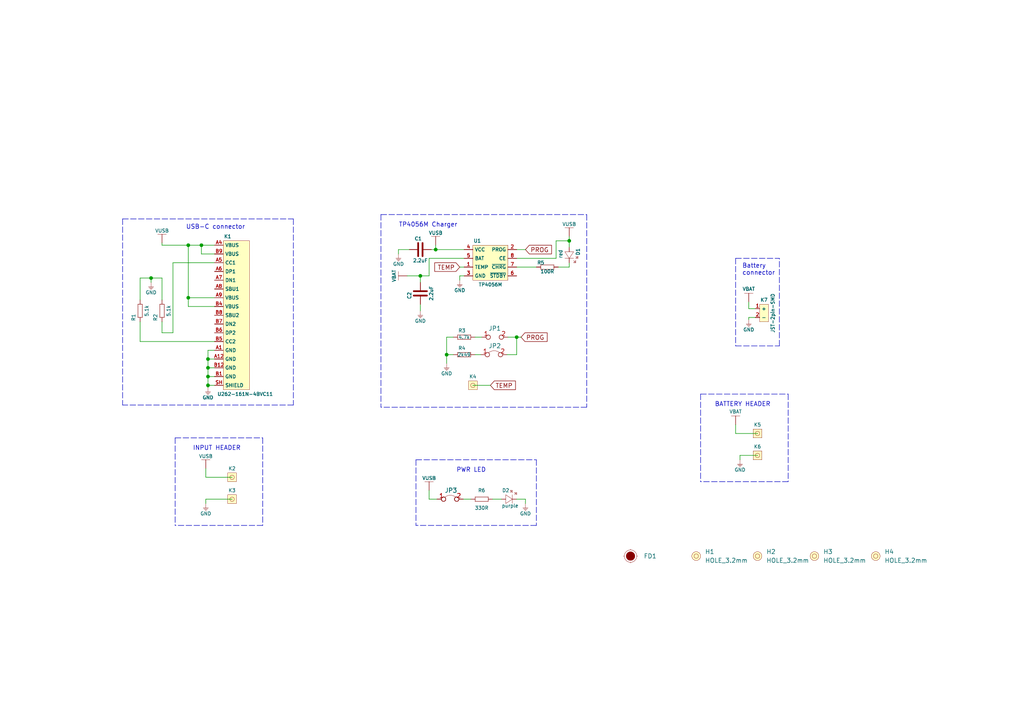
<source format=kicad_sch>
(kicad_sch (version 20210126) (generator eeschema)

  (paper "A4")

  (lib_symbols
    (symbol "e-radionica.com schematics:0402LED" (pin_numbers hide) (pin_names (offset 0.254) hide) (in_bom yes) (on_board yes)
      (property "Reference" "D" (id 0) (at -0.635 2.54 0)
        (effects (font (size 1 1)))
      )
      (property "Value" "0402LED" (id 1) (at 0 -2.54 0)
        (effects (font (size 1 1)))
      )
      (property "Footprint" "e-radionica.com footprinti:0402LED" (id 2) (at 0 5.08 0)
        (effects (font (size 1 1)) hide)
      )
      (property "Datasheet" "" (id 3) (at 0 0 0)
        (effects (font (size 1 1)) hide)
      )
      (symbol "0402LED_0_1"
        (polyline
          (pts
            (xy -0.635 1.27)
            (xy -0.635 -1.27)
            (xy 1.27 0)
          )
          (stroke (width 0.0006)) (fill (type none))
        )
        (polyline
          (pts
            (xy -0.635 1.27)
            (xy 1.27 0)
          )
          (stroke (width 0.0006)) (fill (type none))
        )
        (polyline
          (pts
            (xy 1.27 1.27)
            (xy 1.27 -1.27)
          )
          (stroke (width 0.0006)) (fill (type none))
        )
        (polyline
          (pts
            (xy 0.635 1.905)
            (xy 1.27 2.54)
          )
          (stroke (width 0.0006)) (fill (type none))
        )
        (polyline
          (pts
            (xy 1.905 1.27)
            (xy 2.54 1.905)
          )
          (stroke (width 0.0006)) (fill (type none))
        )
        (polyline
          (pts
            (xy 2.54 1.905)
            (xy 1.905 1.905)
            (xy 2.54 1.27)
            (xy 2.54 1.905)
          )
          (stroke (width 0.0006)) (fill (type none))
        )
        (polyline
          (pts
            (xy 1.27 2.54)
            (xy 0.635 2.54)
            (xy 1.27 1.905)
            (xy 1.27 2.54)
          )
          (stroke (width 0.0006)) (fill (type none))
        )
      )
      (symbol "0402LED_1_1"
        (pin passive line (at -1.905 0 0) (length 1.27)
          (name "A" (effects (font (size 1.27 1.27))))
          (number "1" (effects (font (size 1.27 1.27))))
        )
        (pin passive line (at 2.54 0 180) (length 1.27)
          (name "K" (effects (font (size 1.27 1.27))))
          (number "2" (effects (font (size 1.27 1.27))))
        )
      )
    )
    (symbol "e-radionica.com schematics:0402LED_1" (pin_numbers hide) (pin_names (offset 0.254) hide) (in_bom yes) (on_board yes)
      (property "Reference" "D" (id 0) (at -0.635 2.54 0)
        (effects (font (size 1 1)))
      )
      (property "Value" "0402LED" (id 1) (at 0 -2.54 0)
        (effects (font (size 1 1)))
      )
      (property "Footprint" "e-radionica.com footprinti:0402LED" (id 2) (at 0 5.08 0)
        (effects (font (size 1 1)) hide)
      )
      (property "Datasheet" "" (id 3) (at 0 0 0)
        (effects (font (size 1 1)) hide)
      )
      (symbol "0402LED_1_0_1"
        (polyline
          (pts
            (xy -0.635 1.27)
            (xy -0.635 -1.27)
            (xy 1.27 0)
          )
          (stroke (width 0.0006)) (fill (type none))
        )
        (polyline
          (pts
            (xy -0.635 1.27)
            (xy 1.27 0)
          )
          (stroke (width 0.0006)) (fill (type none))
        )
        (polyline
          (pts
            (xy 1.27 1.27)
            (xy 1.27 -1.27)
          )
          (stroke (width 0.0006)) (fill (type none))
        )
        (polyline
          (pts
            (xy 0.635 1.905)
            (xy 1.27 2.54)
          )
          (stroke (width 0.0006)) (fill (type none))
        )
        (polyline
          (pts
            (xy 1.905 1.27)
            (xy 2.54 1.905)
          )
          (stroke (width 0.0006)) (fill (type none))
        )
        (polyline
          (pts
            (xy 2.54 1.905)
            (xy 1.905 1.905)
            (xy 2.54 1.27)
            (xy 2.54 1.905)
          )
          (stroke (width 0.0006)) (fill (type none))
        )
        (polyline
          (pts
            (xy 1.27 2.54)
            (xy 0.635 2.54)
            (xy 1.27 1.905)
            (xy 1.27 2.54)
          )
          (stroke (width 0.0006)) (fill (type none))
        )
      )
      (symbol "0402LED_1_1_1"
        (pin passive line (at -1.905 0 0) (length 1.27)
          (name "A" (effects (font (size 1.27 1.27))))
          (number "1" (effects (font (size 1.27 1.27))))
        )
        (pin passive line (at 2.54 0 180) (length 1.27)
          (name "K" (effects (font (size 1.27 1.27))))
          (number "2" (effects (font (size 1.27 1.27))))
        )
      )
    )
    (symbol "e-radionica.com schematics:0402R" (pin_numbers hide) (pin_names (offset 0.254)) (in_bom yes) (on_board yes)
      (property "Reference" "R" (id 0) (at -1.905 1.27 0)
        (effects (font (size 1 1)))
      )
      (property "Value" "0402R" (id 1) (at 0 -1.27 0)
        (effects (font (size 1 1)))
      )
      (property "Footprint" "e-radionica.com footprinti:0402R" (id 2) (at -2.54 1.905 0)
        (effects (font (size 1 1)) hide)
      )
      (property "Datasheet" "" (id 3) (at -2.54 1.905 0)
        (effects (font (size 1 1)) hide)
      )
      (symbol "0402R_0_1"
        (rectangle (start -1.905 0.635) (end -1.8796 -0.635)
          (stroke (width 0.1)) (fill (type none))
        )
        (rectangle (start -1.905 0.635) (end 1.905 0.6096)
          (stroke (width 0.1)) (fill (type none))
        )
        (rectangle (start -1.905 -0.635) (end 1.905 -0.6604)
          (stroke (width 0.1)) (fill (type none))
        )
        (rectangle (start 1.905 0.635) (end 1.9304 -0.635)
          (stroke (width 0.1)) (fill (type none))
        )
      )
      (symbol "0402R_1_1"
        (pin passive line (at -3.175 0 0) (length 1.27)
          (name "~" (effects (font (size 1.27 1.27))))
          (number "1" (effects (font (size 1.27 1.27))))
        )
        (pin passive line (at 3.175 0 180) (length 1.27)
          (name "~" (effects (font (size 1.27 1.27))))
          (number "2" (effects (font (size 1.27 1.27))))
        )
      )
    )
    (symbol "e-radionica.com schematics:0603C" (pin_numbers hide) (pin_names (offset 0.002)) (in_bom yes) (on_board yes)
      (property "Reference" "C" (id 0) (at -0.635 3.175 0)
        (effects (font (size 1 1)))
      )
      (property "Value" "0603C" (id 1) (at 0 -3.175 0)
        (effects (font (size 1 1)))
      )
      (property "Footprint" "e-radionica.com footprinti:0603C" (id 2) (at 0 0 0)
        (effects (font (size 1 1)) hide)
      )
      (property "Datasheet" "" (id 3) (at 0 0 0)
        (effects (font (size 1 1)) hide)
      )
      (symbol "0603C_0_1"
        (polyline
          (pts
            (xy -0.635 1.905)
            (xy -0.635 -1.905)
          )
          (stroke (width 0.5)) (fill (type none))
        )
        (polyline
          (pts
            (xy 0.635 1.905)
            (xy 0.635 -1.905)
          )
          (stroke (width 0.5)) (fill (type none))
        )
      )
      (symbol "0603C_1_1"
        (pin passive line (at 3.175 0 180) (length 2.54)
          (name "~" (effects (font (size 1.27 1.27))))
          (number "2" (effects (font (size 1.27 1.27))))
        )
        (pin passive line (at -3.175 0 0) (length 2.54)
          (name "~" (effects (font (size 1.27 1.27))))
          (number "1" (effects (font (size 1.27 1.27))))
        )
      )
    )
    (symbol "e-radionica.com schematics:0603R" (pin_numbers hide) (pin_names (offset 0.254)) (in_bom yes) (on_board yes)
      (property "Reference" "R" (id 0) (at -1.905 1.905 0)
        (effects (font (size 1 1)))
      )
      (property "Value" "0603R" (id 1) (at 0 -1.905 0)
        (effects (font (size 1 1)))
      )
      (property "Footprint" "e-radionica.com footprinti:0603R" (id 2) (at -0.635 1.905 0)
        (effects (font (size 1 1)) hide)
      )
      (property "Datasheet" "" (id 3) (at -0.635 1.905 0)
        (effects (font (size 1 1)) hide)
      )
      (symbol "0603R_0_1"
        (rectangle (start -1.905 0.635) (end -1.8796 -0.635)
          (stroke (width 0.1)) (fill (type none))
        )
        (rectangle (start -1.905 0.635) (end 1.905 0.6096)
          (stroke (width 0.1)) (fill (type none))
        )
        (rectangle (start -1.905 -0.635) (end 1.905 -0.6604)
          (stroke (width 0.1)) (fill (type none))
        )
        (rectangle (start 1.905 0.635) (end 1.9304 -0.635)
          (stroke (width 0.1)) (fill (type none))
        )
      )
      (symbol "0603R_1_1"
        (pin passive line (at -3.175 0 0) (length 1.27)
          (name "~" (effects (font (size 1.27 1.27))))
          (number "1" (effects (font (size 1.27 1.27))))
        )
        (pin passive line (at 3.175 0 180) (length 1.27)
          (name "~" (effects (font (size 1.27 1.27))))
          (number "2" (effects (font (size 1.27 1.27))))
        )
      )
    )
    (symbol "e-radionica.com schematics:0603R_1" (pin_numbers hide) (pin_names (offset 0.254)) (in_bom yes) (on_board yes)
      (property "Reference" "R" (id 0) (at -1.905 1.905 0)
        (effects (font (size 1 1)))
      )
      (property "Value" "0603R" (id 1) (at 0 -1.905 0)
        (effects (font (size 1 1)))
      )
      (property "Footprint" "e-radionica.com footprinti:0603R" (id 2) (at -0.635 1.905 0)
        (effects (font (size 1 1)) hide)
      )
      (property "Datasheet" "" (id 3) (at -0.635 1.905 0)
        (effects (font (size 1 1)) hide)
      )
      (symbol "0603R_1_0_1"
        (rectangle (start -1.905 0.635) (end -1.8796 -0.635)
          (stroke (width 0.1)) (fill (type none))
        )
        (rectangle (start -1.905 0.635) (end 1.905 0.6096)
          (stroke (width 0.1)) (fill (type none))
        )
        (rectangle (start -1.905 -0.635) (end 1.905 -0.6604)
          (stroke (width 0.1)) (fill (type none))
        )
        (rectangle (start 1.905 0.635) (end 1.9304 -0.635)
          (stroke (width 0.1)) (fill (type none))
        )
      )
      (symbol "0603R_1_1_1"
        (pin passive line (at -3.175 0 0) (length 1.27)
          (name "~" (effects (font (size 1.27 1.27))))
          (number "1" (effects (font (size 1.27 1.27))))
        )
        (pin passive line (at 3.175 0 180) (length 1.27)
          (name "~" (effects (font (size 1.27 1.27))))
          (number "2" (effects (font (size 1.27 1.27))))
        )
      )
    )
    (symbol "e-radionica.com schematics:0603R_2" (pin_numbers hide) (pin_names (offset 0.254)) (in_bom yes) (on_board yes)
      (property "Reference" "R" (id 0) (at -1.905 1.905 0)
        (effects (font (size 1 1)))
      )
      (property "Value" "0603R" (id 1) (at 0 -1.905 0)
        (effects (font (size 1 1)))
      )
      (property "Footprint" "e-radionica.com footprinti:0603R" (id 2) (at -0.635 1.905 0)
        (effects (font (size 1 1)) hide)
      )
      (property "Datasheet" "" (id 3) (at -0.635 1.905 0)
        (effects (font (size 1 1)) hide)
      )
      (symbol "0603R_2_0_1"
        (rectangle (start -1.905 0.635) (end -1.8796 -0.635)
          (stroke (width 0.1)) (fill (type none))
        )
        (rectangle (start -1.905 0.635) (end 1.905 0.6096)
          (stroke (width 0.1)) (fill (type none))
        )
        (rectangle (start -1.905 -0.635) (end 1.905 -0.6604)
          (stroke (width 0.1)) (fill (type none))
        )
        (rectangle (start 1.905 0.635) (end 1.9304 -0.635)
          (stroke (width 0.1)) (fill (type none))
        )
      )
      (symbol "0603R_2_1_1"
        (pin passive line (at -3.175 0 0) (length 1.27)
          (name "~" (effects (font (size 1.27 1.27))))
          (number "1" (effects (font (size 1.27 1.27))))
        )
        (pin passive line (at 3.175 0 180) (length 1.27)
          (name "~" (effects (font (size 1.27 1.27))))
          (number "2" (effects (font (size 1.27 1.27))))
        )
      )
    )
    (symbol "e-radionica.com schematics:Fiducial_Stencil" (pin_numbers hide) (pin_names hide) (in_bom yes) (on_board yes)
      (property "Reference" "FD?" (id 0) (at 0 3.048 0)
        (effects (font (size 1.27 1.27)))
      )
      (property "Value" "Fiducial_Stencil" (id 1) (at 0 -2.794 0)
        (effects (font (size 1.27 1.27)) hide)
      )
      (property "Footprint" "e-radionica.com footprinti:FIDUCIAL_1MM_PASTE" (id 2) (at 0 -6.35 0)
        (effects (font (size 1.27 1.27)) hide)
      )
      (property "Datasheet" "" (id 3) (at 0 0 0)
        (effects (font (size 1.27 1.27)) hide)
      )
      (symbol "Fiducial_Stencil_0_1"
        (circle (center 0 0) (radius 1.7961) (stroke (width 0.0006)) (fill (type none)))
        (circle (center 0 0) (radius 1.27) (stroke (width 0.001)) (fill (type outline)))
        (polyline
          (pts
            (xy 1.778 0)
            (xy 2.032 0)
          )
          (stroke (width 0.0006)) (fill (type none))
        )
        (polyline
          (pts
            (xy 0 1.778)
            (xy 0 2.032)
          )
          (stroke (width 0.0006)) (fill (type none))
        )
        (polyline
          (pts
            (xy -1.778 0)
            (xy -2.032 0)
          )
          (stroke (width 0.0006)) (fill (type none))
        )
        (polyline
          (pts
            (xy 0 -1.778)
            (xy 0 -2.032)
          )
          (stroke (width 0.0006)) (fill (type none))
        )
      )
    )
    (symbol "e-radionica.com schematics:GND" (power) (pin_names (offset 0)) (in_bom yes) (on_board yes)
      (property "Reference" "#PWR" (id 0) (at 4.445 0 0)
        (effects (font (size 1 1)) hide)
      )
      (property "Value" "GND" (id 1) (at 0 -2.921 0)
        (effects (font (size 1 1)))
      )
      (property "Footprint" "" (id 2) (at 4.445 3.81 0)
        (effects (font (size 1 1)) hide)
      )
      (property "Datasheet" "" (id 3) (at 4.445 3.81 0)
        (effects (font (size 1 1)) hide)
      )
      (property "ki_keywords" "power-flag" (id 4) (at 0 0 0)
        (effects (font (size 1.27 1.27)) hide)
      )
      (property "ki_description" "Power symbol creates a global label with name \"+3V3\"" (id 5) (at 0 0 0)
        (effects (font (size 1.27 1.27)) hide)
      )
      (symbol "GND_0_1"
        (polyline
          (pts
            (xy 0 0)
            (xy 0 -1.27)
          )
          (stroke (width 0.0006)) (fill (type none))
        )
        (polyline
          (pts
            (xy -0.762 -1.27)
            (xy 0.762 -1.27)
          )
          (stroke (width 0.0006)) (fill (type none))
        )
        (polyline
          (pts
            (xy -0.381 -1.778)
            (xy 0.381 -1.778)
          )
          (stroke (width 0.0006)) (fill (type none))
        )
        (polyline
          (pts
            (xy -0.127 -2.032)
            (xy 0.127 -2.032)
          )
          (stroke (width 0.0006)) (fill (type none))
        )
        (polyline
          (pts
            (xy -0.635 -1.524)
            (xy 0.635 -1.524)
          )
          (stroke (width 0.0006)) (fill (type none))
        )
      )
      (symbol "GND_1_1"
        (pin power_in line (at 0 0 270) (length 0) hide
          (name "GND" (effects (font (size 1.27 1.27))))
          (number "1" (effects (font (size 1.27 1.27))))
        )
      )
    )
    (symbol "e-radionica.com schematics:GND_1" (power) (pin_names (offset 0)) (in_bom yes) (on_board yes)
      (property "Reference" "#PWR" (id 0) (at 4.445 0 0)
        (effects (font (size 1 1)) hide)
      )
      (property "Value" "GND" (id 1) (at 0 -2.921 0)
        (effects (font (size 1 1)))
      )
      (property "Footprint" "" (id 2) (at 4.445 3.81 0)
        (effects (font (size 1 1)) hide)
      )
      (property "Datasheet" "" (id 3) (at 4.445 3.81 0)
        (effects (font (size 1 1)) hide)
      )
      (property "ki_keywords" "power-flag" (id 4) (at 0 0 0)
        (effects (font (size 1.27 1.27)) hide)
      )
      (property "ki_description" "Power symbol creates a global label with name \"+3V3\"" (id 5) (at 0 0 0)
        (effects (font (size 1.27 1.27)) hide)
      )
      (symbol "GND_1_0_1"
        (polyline
          (pts
            (xy 0 0)
            (xy 0 -1.27)
          )
          (stroke (width 0.0006)) (fill (type none))
        )
        (polyline
          (pts
            (xy -0.762 -1.27)
            (xy 0.762 -1.27)
          )
          (stroke (width 0.0006)) (fill (type none))
        )
        (polyline
          (pts
            (xy -0.381 -1.778)
            (xy 0.381 -1.778)
          )
          (stroke (width 0.0006)) (fill (type none))
        )
        (polyline
          (pts
            (xy -0.127 -2.032)
            (xy 0.127 -2.032)
          )
          (stroke (width 0.0006)) (fill (type none))
        )
        (polyline
          (pts
            (xy -0.635 -1.524)
            (xy 0.635 -1.524)
          )
          (stroke (width 0.0006)) (fill (type none))
        )
      )
      (symbol "GND_1_1_1"
        (pin power_in line (at 0 0 270) (length 0) hide
          (name "GND" (effects (font (size 1.27 1.27))))
          (number "1" (effects (font (size 1.27 1.27))))
        )
      )
    )
    (symbol "e-radionica.com schematics:GND_3" (power) (pin_names (offset 0)) (in_bom yes) (on_board yes)
      (property "Reference" "#PWR" (id 0) (at 4.445 0 0)
        (effects (font (size 1 1)) hide)
      )
      (property "Value" "GND" (id 1) (at 0 -2.921 0)
        (effects (font (size 1 1)))
      )
      (property "Footprint" "" (id 2) (at 4.445 3.81 0)
        (effects (font (size 1 1)) hide)
      )
      (property "Datasheet" "" (id 3) (at 4.445 3.81 0)
        (effects (font (size 1 1)) hide)
      )
      (property "ki_keywords" "power-flag" (id 4) (at 0 0 0)
        (effects (font (size 1.27 1.27)) hide)
      )
      (property "ki_description" "Power symbol creates a global label with name \"+3V3\"" (id 5) (at 0 0 0)
        (effects (font (size 1.27 1.27)) hide)
      )
      (symbol "GND_3_0_1"
        (polyline
          (pts
            (xy 0 0)
            (xy 0 -1.27)
          )
          (stroke (width 0.0006)) (fill (type none))
        )
        (polyline
          (pts
            (xy -0.762 -1.27)
            (xy 0.762 -1.27)
          )
          (stroke (width 0.0006)) (fill (type none))
        )
        (polyline
          (pts
            (xy -0.381 -1.778)
            (xy 0.381 -1.778)
          )
          (stroke (width 0.0006)) (fill (type none))
        )
        (polyline
          (pts
            (xy -0.127 -2.032)
            (xy 0.127 -2.032)
          )
          (stroke (width 0.0006)) (fill (type none))
        )
        (polyline
          (pts
            (xy -0.635 -1.524)
            (xy 0.635 -1.524)
          )
          (stroke (width 0.0006)) (fill (type none))
        )
      )
      (symbol "GND_3_1_1"
        (pin power_in line (at 0 0 270) (length 0) hide
          (name "GND" (effects (font (size 1.27 1.27))))
          (number "1" (effects (font (size 1.27 1.27))))
        )
      )
    )
    (symbol "e-radionica.com schematics:GND_5" (power) (pin_names (offset 0)) (in_bom yes) (on_board yes)
      (property "Reference" "#PWR" (id 0) (at 4.445 0 0)
        (effects (font (size 1 1)) hide)
      )
      (property "Value" "GND" (id 1) (at 0 -2.921 0)
        (effects (font (size 1 1)))
      )
      (property "Footprint" "" (id 2) (at 4.445 3.81 0)
        (effects (font (size 1 1)) hide)
      )
      (property "Datasheet" "" (id 3) (at 4.445 3.81 0)
        (effects (font (size 1 1)) hide)
      )
      (property "ki_keywords" "power-flag" (id 4) (at 0 0 0)
        (effects (font (size 1.27 1.27)) hide)
      )
      (property "ki_description" "Power symbol creates a global label with name \"+3V3\"" (id 5) (at 0 0 0)
        (effects (font (size 1.27 1.27)) hide)
      )
      (symbol "GND_5_0_1"
        (polyline
          (pts
            (xy 0 0)
            (xy 0 -1.27)
          )
          (stroke (width 0.0006)) (fill (type none))
        )
        (polyline
          (pts
            (xy -0.762 -1.27)
            (xy 0.762 -1.27)
          )
          (stroke (width 0.0006)) (fill (type none))
        )
        (polyline
          (pts
            (xy -0.381 -1.778)
            (xy 0.381 -1.778)
          )
          (stroke (width 0.0006)) (fill (type none))
        )
        (polyline
          (pts
            (xy -0.127 -2.032)
            (xy 0.127 -2.032)
          )
          (stroke (width 0.0006)) (fill (type none))
        )
        (polyline
          (pts
            (xy -0.635 -1.524)
            (xy 0.635 -1.524)
          )
          (stroke (width 0.0006)) (fill (type none))
        )
      )
      (symbol "GND_5_1_1"
        (pin power_in line (at 0 0 270) (length 0) hide
          (name "GND" (effects (font (size 1.27 1.27))))
          (number "1" (effects (font (size 1.27 1.27))))
        )
      )
    )
    (symbol "e-radionica.com schematics:GND_8" (power) (pin_names (offset 0)) (in_bom yes) (on_board yes)
      (property "Reference" "#PWR" (id 0) (at 4.445 0 0)
        (effects (font (size 1 1)) hide)
      )
      (property "Value" "GND" (id 1) (at 0 -2.921 0)
        (effects (font (size 1 1)))
      )
      (property "Footprint" "" (id 2) (at 4.445 3.81 0)
        (effects (font (size 1 1)) hide)
      )
      (property "Datasheet" "" (id 3) (at 4.445 3.81 0)
        (effects (font (size 1 1)) hide)
      )
      (property "ki_keywords" "power-flag" (id 4) (at 0 0 0)
        (effects (font (size 1.27 1.27)) hide)
      )
      (property "ki_description" "Power symbol creates a global label with name \"+3V3\"" (id 5) (at 0 0 0)
        (effects (font (size 1.27 1.27)) hide)
      )
      (symbol "GND_8_0_1"
        (polyline
          (pts
            (xy 0 0)
            (xy 0 -1.27)
          )
          (stroke (width 0.0006)) (fill (type none))
        )
        (polyline
          (pts
            (xy -0.762 -1.27)
            (xy 0.762 -1.27)
          )
          (stroke (width 0.0006)) (fill (type none))
        )
        (polyline
          (pts
            (xy -0.381 -1.778)
            (xy 0.381 -1.778)
          )
          (stroke (width 0.0006)) (fill (type none))
        )
        (polyline
          (pts
            (xy -0.127 -2.032)
            (xy 0.127 -2.032)
          )
          (stroke (width 0.0006)) (fill (type none))
        )
        (polyline
          (pts
            (xy -0.635 -1.524)
            (xy 0.635 -1.524)
          )
          (stroke (width 0.0006)) (fill (type none))
        )
      )
      (symbol "GND_8_1_1"
        (pin power_in line (at 0 0 270) (length 0) hide
          (name "GND" (effects (font (size 1.27 1.27))))
          (number "1" (effects (font (size 1.27 1.27))))
        )
      )
    )
    (symbol "e-radionica.com schematics:HEADER_MALE_1X1" (pin_numbers hide) (pin_names hide) (in_bom yes) (on_board yes)
      (property "Reference" "K" (id 0) (at -0.635 2.54 0)
        (effects (font (size 1 1)))
      )
      (property "Value" "HEADER_MALE_1X1" (id 1) (at 0 -2.54 0)
        (effects (font (size 1 1)))
      )
      (property "Footprint" "e-radionica.com footprinti:HEADER_MALE_1X1" (id 2) (at 0 0 0)
        (effects (font (size 1 1)) hide)
      )
      (property "Datasheet" "" (id 3) (at 0 0 0)
        (effects (font (size 1 1)) hide)
      )
      (symbol "HEADER_MALE_1X1_0_1"
        (circle (center 0 0) (radius 0.635) (stroke (width 0.0006)) (fill (type none)))
        (rectangle (start -1.27 1.27) (end 1.27 -1.27)
          (stroke (width 0.001)) (fill (type background))
        )
      )
      (symbol "HEADER_MALE_1X1_1_1"
        (pin passive line (at 0 0 180) (length 0)
          (name "~" (effects (font (size 1 1))))
          (number "1" (effects (font (size 1 1))))
        )
      )
    )
    (symbol "e-radionica.com schematics:HOLE_3.2mm" (pin_numbers hide) (pin_names hide) (in_bom yes) (on_board yes)
      (property "Reference" "H" (id 0) (at 0 2.54 0)
        (effects (font (size 1.27 1.27)))
      )
      (property "Value" "HOLE_3.2mm" (id 1) (at 0 -2.54 0)
        (effects (font (size 1.27 1.27)))
      )
      (property "Footprint" "e-radionica.com footprinti:HOLE_3.2mm" (id 2) (at 0 0 0)
        (effects (font (size 1.27 1.27)) hide)
      )
      (property "Datasheet" "" (id 3) (at 0 0 0)
        (effects (font (size 1.27 1.27)) hide)
      )
      (symbol "HOLE_3.2mm_0_1"
        (circle (center 0 0) (radius 1.27) (stroke (width 0.001)) (fill (type background)))
        (circle (center 0 0) (radius 0.635) (stroke (width 0.0006)) (fill (type none)))
      )
    )
    (symbol "e-radionica.com schematics:JST-2pin-SMD" (in_bom yes) (on_board yes)
      (property "Reference" "K" (id 0) (at -1.27 5.08 0)
        (effects (font (size 1 1)))
      )
      (property "Value" "JST-2pin-SMD" (id 1) (at 0 -2.54 0)
        (effects (font (size 1 1)))
      )
      (property "Footprint" "e-radionica.com footprinti:JST-2pin-SMD" (id 2) (at 0 0 0)
        (effects (font (size 1 1)) hide)
      )
      (property "Datasheet" "" (id 3) (at 0 0 0)
        (effects (font (size 1 1)) hide)
      )
      (symbol "JST-2pin-SMD_0_1"
        (rectangle (start -2.54 3.81) (end 0 -1.27)
          (stroke (width 0.001)) (fill (type background))
        )
      )
      (symbol "JST-2pin-SMD_1_1"
        (pin passive line (at 1.27 0 180) (length 1.27)
          (name "+" (effects (font (size 1 1))))
          (number "1" (effects (font (size 1 1))))
        )
        (pin passive line (at 1.27 2.54 180) (length 1.27)
          (name "-" (effects (font (size 1 1))))
          (number "2" (effects (font (size 1 1))))
        )
      )
    )
    (symbol "e-radionica.com schematics:SMD-JUMPER-CONNECTED" (in_bom yes) (on_board yes)
      (property "Reference" "JP" (id 0) (at 0 3.556 0)
        (effects (font (size 1.27 1.27)))
      )
      (property "Value" "SMD-JUMPER-CONNECTED" (id 1) (at 0 -2.54 0)
        (effects (font (size 1.27 1.27)))
      )
      (property "Footprint" "e-radionica.com footprinti:SMD_JUMPER_CONNECTED" (id 2) (at 0 0 0)
        (effects (font (size 1.27 1.27)) hide)
      )
      (property "Datasheet" "" (id 3) (at 0 0 0)
        (effects (font (size 1.27 1.27)) hide)
      )
      (symbol "SMD-JUMPER-CONNECTED_0_1"
        (arc (start -1.8034 0.5588) (end 1.397 0.5842) (radius (at -0.1875 -1.4124) (length 2.5489) (angles 129.3 51.6))
          (stroke (width 0.0006)) (fill (type none))
        )
      )
      (symbol "SMD-JUMPER-CONNECTED_1_1"
        (pin passive inverted (at -4.064 0 0) (length 2.54)
          (name "" (effects (font (size 1.27 1.27))))
          (number "1" (effects (font (size 1.27 1.27))))
        )
        (pin passive inverted (at 3.556 0 180) (length 2.54)
          (name "" (effects (font (size 1.27 1.27))))
          (number "2" (effects (font (size 1.27 1.27))))
        )
      )
    )
    (symbol "e-radionica.com schematics:SMD-JUMPER-CONNECTED_TRACE_NOSLODERMASK" (in_bom yes) (on_board yes)
      (property "Reference" "JP" (id 0) (at 0 3.556 0)
        (effects (font (size 1.27 1.27)))
      )
      (property "Value" "SMD-JUMPER-CONNECTED_TRACE_NOSLODERMASK" (id 1) (at 0 -2.54 0)
        (effects (font (size 1.27 1.27)))
      )
      (property "Footprint" "e-radionica.com footprinti:SMD-JUMPER-CONNECTED_TRACE_NOSLODERMASK" (id 2) (at 0 0 0)
        (effects (font (size 1.27 1.27)) hide)
      )
      (property "Datasheet" "" (id 3) (at 0 0 0)
        (effects (font (size 1.27 1.27)) hide)
      )
      (symbol "SMD-JUMPER-CONNECTED_TRACE_NOSLODERMASK_0_1"
        (arc (start -1.8034 0.5588) (end 1.397 0.5842) (radius (at -0.1875 -1.4124) (length 2.5489) (angles 129.3 51.6))
          (stroke (width 0.0006)) (fill (type none))
        )
      )
      (symbol "SMD-JUMPER-CONNECTED_TRACE_NOSLODERMASK_1_1"
        (pin passive inverted (at -4.064 0 0) (length 2.54)
          (name "" (effects (font (size 1.27 1.27))))
          (number "1" (effects (font (size 1.27 1.27))))
        )
        (pin passive inverted (at 3.556 0 180) (length 2.54)
          (name "" (effects (font (size 1.27 1.27))))
          (number "2" (effects (font (size 1.27 1.27))))
        )
      )
    )
    (symbol "e-radionica.com schematics:SMD_JUMPER" (in_bom yes) (on_board yes)
      (property "Reference" "JP" (id 0) (at 0 1.397 0)
        (effects (font (size 1.27 1.27)))
      )
      (property "Value" "SMD_JUMPER" (id 1) (at 0.508 -3.048 0)
        (effects (font (size 1.27 1.27)))
      )
      (property "Footprint" "e-radionica.com footprinti:SMD_JUMPER" (id 2) (at 0 0 0)
        (effects (font (size 1.27 1.27)) hide)
      )
      (property "Datasheet" "" (id 3) (at 0 0 0)
        (effects (font (size 1.27 1.27)) hide)
      )
      (symbol "SMD_JUMPER_1_1"
        (pin passive inverted (at -3.81 0 0) (length 2.54)
          (name "" (effects (font (size 1.27 1.27))))
          (number "1" (effects (font (size 1.27 1.27))))
        )
        (pin passive inverted (at 3.81 0 180) (length 2.54)
          (name "" (effects (font (size 1.27 1.27))))
          (number "2" (effects (font (size 1.27 1.27))))
        )
      )
    )
    (symbol "e-radionica.com schematics:TP4056M" (in_bom yes) (on_board yes)
      (property "Reference" "U" (id 0) (at -3.81 5.08 0)
        (effects (font (size 1 1)))
      )
      (property "Value" "TP4056M" (id 1) (at 0 -7.62 0)
        (effects (font (size 1 1)))
      )
      (property "Footprint" "e-radionica.com footprinti:TP4056M-MSOP8" (id 2) (at 0 0 0)
        (effects (font (size 1 1)) hide)
      )
      (property "Datasheet" "" (id 3) (at 0 0 0)
        (effects (font (size 1 1)) hide)
      )
      (symbol "TP4056M_0_1"
        (rectangle (start -5.08 3.81) (end 5.08 -6.35)
          (stroke (width 0.001)) (fill (type background))
        )
      )
      (symbol "TP4056M_1_1"
        (pin passive line (at -7.62 2.54 0) (length 2.54)
          (name "VCC" (effects (font (size 1 1))))
          (number "4" (effects (font (size 1 1))))
        )
        (pin passive line (at -7.62 0 0) (length 2.54)
          (name "BAT" (effects (font (size 1 1))))
          (number "5" (effects (font (size 1 1))))
        )
        (pin passive line (at -7.62 -2.54 0) (length 2.54)
          (name "TEMP" (effects (font (size 1 1))))
          (number "1" (effects (font (size 1 1))))
        )
        (pin passive line (at -7.62 -5.08 0) (length 2.54)
          (name "GND" (effects (font (size 1 1))))
          (number "3" (effects (font (size 1 1))))
        )
        (pin passive line (at 7.62 -5.08 180) (length 2.54)
          (name "~STDBY" (effects (font (size 1 1))))
          (number "6" (effects (font (size 1 1))))
        )
        (pin passive line (at 7.62 -2.54 180) (length 2.54)
          (name "~CHRG" (effects (font (size 1 1))))
          (number "7" (effects (font (size 1 1))))
        )
        (pin passive line (at 7.62 0 180) (length 2.54)
          (name "CE" (effects (font (size 1 1))))
          (number "8" (effects (font (size 1 1))))
        )
        (pin passive line (at 7.62 2.54 180) (length 2.54)
          (name "PROG" (effects (font (size 1 1))))
          (number "2" (effects (font (size 1 1))))
        )
      )
    )
    (symbol "e-radionica.com schematics:U262-161N-4BVC11" (in_bom yes) (on_board yes)
      (property "Reference" "K" (id 0) (at 0 22.86 0)
        (effects (font (size 1 1)))
      )
      (property "Value" "U262-161N-4BVC11" (id 1) (at 2.54 -22.86 0)
        (effects (font (size 1 1)))
      )
      (property "Footprint" "e-radionica.com footprinti:U262-161N-4BVC11" (id 2) (at 1.27 -3.81 0)
        (effects (font (size 1 1)) hide)
      )
      (property "Datasheet" "" (id 3) (at 1.27 -3.81 0)
        (effects (font (size 1 1)) hide)
      )
      (property "ki_keywords" "USBC USB-C USB" (id 4) (at 0 0 0)
        (effects (font (size 1.27 1.27)) hide)
      )
      (symbol "U262-161N-4BVC11_0_1"
        (rectangle (start -1.27 21.59) (end 6.35 -21.59)
          (stroke (width 0.001)) (fill (type background))
        )
      )
      (symbol "U262-161N-4BVC11_1_1"
        (pin passive line (at -3.81 20.32 0) (length 2.54)
          (name "VBUS" (effects (font (size 1 1))))
          (number "A4" (effects (font (size 1 1))))
        )
        (pin passive line (at -3.81 17.78 0) (length 2.54)
          (name "VBUS" (effects (font (size 1 1))))
          (number "B9" (effects (font (size 1 1))))
        )
        (pin passive line (at -3.81 15.24 0) (length 2.54)
          (name "CC1" (effects (font (size 1 1))))
          (number "A5" (effects (font (size 1 1))))
        )
        (pin passive line (at -3.81 12.7 0) (length 2.54)
          (name "DP1" (effects (font (size 1 1))))
          (number "A6" (effects (font (size 1 1))))
        )
        (pin passive line (at -3.81 10.16 0) (length 2.54)
          (name "DN1" (effects (font (size 1 1))))
          (number "A7" (effects (font (size 1 1))))
        )
        (pin passive line (at -3.81 7.62 0) (length 2.54)
          (name "SBU1" (effects (font (size 1 1))))
          (number "A8" (effects (font (size 1 1))))
        )
        (pin passive line (at -3.81 5.08 0) (length 2.54)
          (name "VBUS" (effects (font (size 1 1))))
          (number "A9" (effects (font (size 1 1))))
        )
        (pin passive line (at -3.81 2.54 0) (length 2.54)
          (name "VBUS" (effects (font (size 1 1))))
          (number "B4" (effects (font (size 1 1))))
        )
        (pin passive line (at -3.81 0 0) (length 2.54)
          (name "SBU2" (effects (font (size 1 1))))
          (number "B8" (effects (font (size 1 1))))
        )
        (pin passive line (at -3.81 -2.54 0) (length 2.54)
          (name "DN2" (effects (font (size 1 1))))
          (number "B7" (effects (font (size 1 1))))
        )
        (pin passive line (at -3.81 -5.08 0) (length 2.54)
          (name "DP2" (effects (font (size 1 1))))
          (number "B6" (effects (font (size 1 1))))
        )
        (pin passive line (at -3.81 -7.62 0) (length 2.54)
          (name "CC2" (effects (font (size 1 1))))
          (number "B5" (effects (font (size 1 1))))
        )
        (pin passive line (at -3.81 -10.16 0) (length 2.54)
          (name "GND" (effects (font (size 1 1))))
          (number "A1" (effects (font (size 1 1))))
        )
        (pin passive line (at -3.81 -12.7 0) (length 2.54)
          (name "GND" (effects (font (size 1 1))))
          (number "A12" (effects (font (size 1 1))))
        )
        (pin passive line (at -3.81 -15.24 0) (length 2.54)
          (name "GND" (effects (font (size 1 1))))
          (number "B12" (effects (font (size 1 1))))
        )
        (pin passive line (at -3.81 -17.78 0) (length 2.54)
          (name "GND" (effects (font (size 1 1))))
          (number "B1" (effects (font (size 1 1))))
        )
        (pin passive line (at -3.81 -20.32 0) (length 2.54)
          (name "SHIELD" (effects (font (size 1 1))))
          (number "SH" (effects (font (size 1 1))))
        )
      )
    )
    (symbol "e-radionica.com schematics:VBAT" (power) (pin_names (offset 0)) (in_bom yes) (on_board yes)
      (property "Reference" "#PWR" (id 0) (at 4.445 0 0)
        (effects (font (size 1 1)) hide)
      )
      (property "Value" "VBAT" (id 1) (at 0 3.556 0)
        (effects (font (size 1 1)))
      )
      (property "Footprint" "" (id 2) (at 4.445 3.81 0)
        (effects (font (size 1 1)) hide)
      )
      (property "Datasheet" "" (id 3) (at 4.445 3.81 0)
        (effects (font (size 1 1)) hide)
      )
      (property "ki_keywords" "power-flag" (id 4) (at 0 0 0)
        (effects (font (size 1.27 1.27)) hide)
      )
      (property "ki_description" "Power symbol creates a global label with name \"+3V3\"" (id 5) (at 0 0 0)
        (effects (font (size 1.27 1.27)) hide)
      )
      (symbol "VBAT_0_1"
        (polyline
          (pts
            (xy 0 0)
            (xy 0 2.54)
          )
          (stroke (width 0)) (fill (type none))
        )
        (polyline
          (pts
            (xy -1.27 2.54)
            (xy 1.27 2.54)
          )
          (stroke (width 0.0006)) (fill (type none))
        )
      )
      (symbol "VBAT_1_1"
        (pin power_in line (at 0 0 90) (length 0) hide
          (name "VBAT" (effects (font (size 1.27 1.27))))
          (number "1" (effects (font (size 1.27 1.27))))
        )
      )
    )
    (symbol "e-radionica.com schematics:VUSB" (power) (pin_names (offset 0)) (in_bom yes) (on_board yes)
      (property "Reference" "#PWR" (id 0) (at 4.445 0 0)
        (effects (font (size 1 1)) hide)
      )
      (property "Value" "VUSB" (id 1) (at 0 3.556 0)
        (effects (font (size 1 1)))
      )
      (property "Footprint" "" (id 2) (at 4.445 3.81 0)
        (effects (font (size 1 1)) hide)
      )
      (property "Datasheet" "" (id 3) (at 4.445 3.81 0)
        (effects (font (size 1 1)) hide)
      )
      (property "ki_keywords" "power-flag" (id 4) (at 0 0 0)
        (effects (font (size 1.27 1.27)) hide)
      )
      (property "ki_description" "Power symbol creates a global label with name \"+3V3\"" (id 5) (at 0 0 0)
        (effects (font (size 1.27 1.27)) hide)
      )
      (symbol "VUSB_0_1"
        (polyline
          (pts
            (xy 0 0)
            (xy 0 2.54)
          )
          (stroke (width 0)) (fill (type none))
        )
        (polyline
          (pts
            (xy -1.27 2.54)
            (xy 1.27 2.54)
          )
          (stroke (width 0.0006)) (fill (type none))
        )
      )
      (symbol "VUSB_1_1"
        (pin power_in line (at 0 0 90) (length 0) hide
          (name "VUSB" (effects (font (size 1.27 1.27))))
          (number "1" (effects (font (size 1.27 1.27))))
        )
      )
    )
    (symbol "e-radionica.com schematics:VUSB_2" (power) (pin_names (offset 0)) (in_bom yes) (on_board yes)
      (property "Reference" "#PWR" (id 0) (at 4.445 0 0)
        (effects (font (size 1 1)) hide)
      )
      (property "Value" "VUSB" (id 1) (at 0 3.556 0)
        (effects (font (size 1 1)))
      )
      (property "Footprint" "" (id 2) (at 4.445 3.81 0)
        (effects (font (size 1 1)) hide)
      )
      (property "Datasheet" "" (id 3) (at 4.445 3.81 0)
        (effects (font (size 1 1)) hide)
      )
      (property "ki_keywords" "power-flag" (id 4) (at 0 0 0)
        (effects (font (size 1.27 1.27)) hide)
      )
      (property "ki_description" "Power symbol creates a global label with name \"+3V3\"" (id 5) (at 0 0 0)
        (effects (font (size 1.27 1.27)) hide)
      )
      (symbol "VUSB_2_0_1"
        (polyline
          (pts
            (xy 0 0)
            (xy 0 2.54)
          )
          (stroke (width 0)) (fill (type none))
        )
        (polyline
          (pts
            (xy -1.27 2.54)
            (xy 1.27 2.54)
          )
          (stroke (width 0.0006)) (fill (type none))
        )
      )
      (symbol "VUSB_2_1_1"
        (pin power_in line (at 0 0 90) (length 0) hide
          (name "VUSB" (effects (font (size 1.27 1.27))))
          (number "1" (effects (font (size 1.27 1.27))))
        )
      )
    )
    (symbol "e-radionica.com schematics:VUSB_4" (power) (pin_names (offset 0)) (in_bom yes) (on_board yes)
      (property "Reference" "#PWR" (id 0) (at 4.445 0 0)
        (effects (font (size 1 1)) hide)
      )
      (property "Value" "VUSB" (id 1) (at 0 3.556 0)
        (effects (font (size 1 1)))
      )
      (property "Footprint" "" (id 2) (at 4.445 3.81 0)
        (effects (font (size 1 1)) hide)
      )
      (property "Datasheet" "" (id 3) (at 4.445 3.81 0)
        (effects (font (size 1 1)) hide)
      )
      (property "ki_keywords" "power-flag" (id 4) (at 0 0 0)
        (effects (font (size 1.27 1.27)) hide)
      )
      (property "ki_description" "Power symbol creates a global label with name \"+3V3\"" (id 5) (at 0 0 0)
        (effects (font (size 1.27 1.27)) hide)
      )
      (symbol "VUSB_4_0_1"
        (polyline
          (pts
            (xy 0 0)
            (xy 0 2.54)
          )
          (stroke (width 0)) (fill (type none))
        )
        (polyline
          (pts
            (xy -1.27 2.54)
            (xy 1.27 2.54)
          )
          (stroke (width 0.0006)) (fill (type none))
        )
      )
      (symbol "VUSB_4_1_1"
        (pin power_in line (at 0 0 90) (length 0) hide
          (name "VUSB" (effects (font (size 1.27 1.27))))
          (number "1" (effects (font (size 1.27 1.27))))
        )
      )
    )
  )

  (junction (at 43.815 80.645) (diameter 0.9144) (color 0 0 0 0))
  (junction (at 54.61 71.12) (diameter 0.9144) (color 0 0 0 0))
  (junction (at 54.61 86.36) (diameter 0.9144) (color 0 0 0 0))
  (junction (at 58.42 71.12) (diameter 0.9144) (color 0 0 0 0))
  (junction (at 60.325 104.14) (diameter 0.9144) (color 0 0 0 0))
  (junction (at 60.325 106.68) (diameter 0.9144) (color 0 0 0 0))
  (junction (at 60.325 109.22) (diameter 0.9144) (color 0 0 0 0))
  (junction (at 60.325 111.76) (diameter 0.9144) (color 0 0 0 0))
  (junction (at 121.92 80.01) (diameter 0.9144) (color 0 0 0 0))
  (junction (at 126.365 72.39) (diameter 0.9144) (color 0 0 0 0))
  (junction (at 129.54 102.87) (diameter 0.9144) (color 0 0 0 0))
  (junction (at 149.86 97.79) (diameter 0.9144) (color 0 0 0 0))
  (junction (at 165.1 69.85) (diameter 0.9144) (color 0 0 0 0))

  (wire (pts (xy 40.64 80.645) (xy 40.64 86.995))
    (stroke (width 0) (type solid) (color 0 0 0 0))
    (uuid 619d9e30-ca18-4504-9670-ce35da62c9f8)
  )
  (wire (pts (xy 40.64 80.645) (xy 43.815 80.645))
    (stroke (width 0) (type solid) (color 0 0 0 0))
    (uuid 593af97f-8928-4245-a7ee-514308a34e08)
  )
  (wire (pts (xy 40.64 93.345) (xy 40.64 99.06))
    (stroke (width 0) (type solid) (color 0 0 0 0))
    (uuid 734058c8-c501-4488-a634-df8e39888e22)
  )
  (wire (pts (xy 43.815 80.645) (xy 43.815 81.915))
    (stroke (width 0) (type solid) (color 0 0 0 0))
    (uuid 2dc10216-f03d-48bc-b24d-ea42c566c879)
  )
  (wire (pts (xy 43.815 80.645) (xy 46.99 80.645))
    (stroke (width 0) (type solid) (color 0 0 0 0))
    (uuid 00ff5e82-c439-4212-ad71-7f259f8bb02e)
  )
  (wire (pts (xy 46.99 71.12) (xy 46.99 70.485))
    (stroke (width 0) (type solid) (color 0 0 0 0))
    (uuid 2ef21f58-f15f-4808-a29c-702d8763fce5)
  )
  (wire (pts (xy 46.99 71.12) (xy 54.61 71.12))
    (stroke (width 0) (type solid) (color 0 0 0 0))
    (uuid dcf9691b-86bd-4430-92d0-176036cd1f97)
  )
  (wire (pts (xy 46.99 80.645) (xy 46.99 86.995))
    (stroke (width 0) (type solid) (color 0 0 0 0))
    (uuid 9df1344f-c222-4e92-beb1-215664380b56)
  )
  (wire (pts (xy 46.99 93.345) (xy 46.99 96.52))
    (stroke (width 0) (type solid) (color 0 0 0 0))
    (uuid 250c1cdc-1776-4a7b-a542-720ae45fcef0)
  )
  (wire (pts (xy 46.99 96.52) (xy 50.165 96.52))
    (stroke (width 0) (type solid) (color 0 0 0 0))
    (uuid 72030a63-0b76-483a-8e8e-eeee6034d8c6)
  )
  (wire (pts (xy 50.165 76.2) (xy 62.23 76.2))
    (stroke (width 0) (type solid) (color 0 0 0 0))
    (uuid 258ef734-5fea-439c-9c00-2f8ba0b2f9ce)
  )
  (wire (pts (xy 50.165 96.52) (xy 50.165 76.2))
    (stroke (width 0) (type solid) (color 0 0 0 0))
    (uuid 9471a010-7d1f-4bb3-a1a7-c05eb8c5bfe6)
  )
  (wire (pts (xy 54.61 71.12) (xy 58.42 71.12))
    (stroke (width 0) (type solid) (color 0 0 0 0))
    (uuid 38711a16-8c7d-40fa-9967-472f3d3f005c)
  )
  (wire (pts (xy 54.61 86.36) (xy 54.61 71.12))
    (stroke (width 0) (type solid) (color 0 0 0 0))
    (uuid ab41a54a-ee13-432e-a6fa-6b2226dc2597)
  )
  (wire (pts (xy 54.61 86.36) (xy 54.61 88.9))
    (stroke (width 0) (type solid) (color 0 0 0 0))
    (uuid b149533e-4f1c-4e19-b4e2-b4031cef6857)
  )
  (wire (pts (xy 54.61 86.36) (xy 62.23 86.36))
    (stroke (width 0) (type solid) (color 0 0 0 0))
    (uuid 3cf62012-f071-47b0-a507-ae8ca9900271)
  )
  (wire (pts (xy 58.42 71.12) (xy 62.23 71.12))
    (stroke (width 0) (type solid) (color 0 0 0 0))
    (uuid e7521c33-9dac-40df-93bb-0fce465eb65b)
  )
  (wire (pts (xy 58.42 73.66) (xy 58.42 71.12))
    (stroke (width 0) (type solid) (color 0 0 0 0))
    (uuid 38813e42-ec83-4d0a-adff-fe3b62657279)
  )
  (wire (pts (xy 59.69 138.43) (xy 59.69 135.89))
    (stroke (width 0) (type solid) (color 0 0 0 0))
    (uuid 2c2e04d2-67b6-4505-9e3d-757bb811e405)
  )
  (wire (pts (xy 59.69 144.78) (xy 59.69 146.05))
    (stroke (width 0) (type solid) (color 0 0 0 0))
    (uuid a5bf2661-1208-4627-b255-ce02d0bdf6ce)
  )
  (wire (pts (xy 60.325 101.6) (xy 60.325 104.14))
    (stroke (width 0) (type solid) (color 0 0 0 0))
    (uuid b72ba83b-60dc-491c-81bb-63c1398e4136)
  )
  (wire (pts (xy 60.325 104.14) (xy 60.325 106.68))
    (stroke (width 0) (type solid) (color 0 0 0 0))
    (uuid 4354a1ba-eaa9-41a3-86e5-09e1af8585c2)
  )
  (wire (pts (xy 60.325 104.14) (xy 62.23 104.14))
    (stroke (width 0) (type solid) (color 0 0 0 0))
    (uuid 1b222ab7-b717-469c-8a29-7fb850bd1bff)
  )
  (wire (pts (xy 60.325 106.68) (xy 60.325 109.22))
    (stroke (width 0) (type solid) (color 0 0 0 0))
    (uuid 7f8bf114-2205-45f4-802c-78213cd778fe)
  )
  (wire (pts (xy 60.325 106.68) (xy 62.23 106.68))
    (stroke (width 0) (type solid) (color 0 0 0 0))
    (uuid 3afae872-05e1-4504-b141-e40a630e520b)
  )
  (wire (pts (xy 60.325 109.22) (xy 60.325 111.76))
    (stroke (width 0) (type solid) (color 0 0 0 0))
    (uuid 7642fc77-344b-4ad3-b458-546965a588c6)
  )
  (wire (pts (xy 60.325 109.22) (xy 62.23 109.22))
    (stroke (width 0) (type solid) (color 0 0 0 0))
    (uuid 46114a80-c22e-4c5c-a515-b143dfc308b0)
  )
  (wire (pts (xy 60.325 111.76) (xy 60.325 112.395))
    (stroke (width 0) (type solid) (color 0 0 0 0))
    (uuid fd430f89-ed2a-46c4-91c3-8af4826fe73f)
  )
  (wire (pts (xy 62.23 73.66) (xy 58.42 73.66))
    (stroke (width 0) (type solid) (color 0 0 0 0))
    (uuid 925a2718-2536-437b-a76d-f28d5aee2b32)
  )
  (wire (pts (xy 62.23 88.9) (xy 54.61 88.9))
    (stroke (width 0) (type solid) (color 0 0 0 0))
    (uuid 6e7bf4bd-1b5f-4ce7-bc0c-9849526dc58f)
  )
  (wire (pts (xy 62.23 99.06) (xy 40.64 99.06))
    (stroke (width 0) (type solid) (color 0 0 0 0))
    (uuid 9735d306-16e9-4008-9c81-d3d904b67002)
  )
  (wire (pts (xy 62.23 101.6) (xy 60.325 101.6))
    (stroke (width 0) (type solid) (color 0 0 0 0))
    (uuid 85416375-50b0-492f-9353-b75ff6e3189a)
  )
  (wire (pts (xy 62.23 111.76) (xy 60.325 111.76))
    (stroke (width 0) (type solid) (color 0 0 0 0))
    (uuid 10811853-ed53-4192-9019-e87a91ec4a88)
  )
  (wire (pts (xy 67.31 138.43) (xy 59.69 138.43))
    (stroke (width 0) (type solid) (color 0 0 0 0))
    (uuid 2c2e04d2-67b6-4505-9e3d-757bb811e405)
  )
  (wire (pts (xy 67.31 144.78) (xy 59.69 144.78))
    (stroke (width 0) (type solid) (color 0 0 0 0))
    (uuid a5bf2661-1208-4627-b255-ce02d0bdf6ce)
  )
  (wire (pts (xy 115.57 72.39) (xy 115.57 73.66))
    (stroke (width 0) (type solid) (color 0 0 0 0))
    (uuid 560183bf-be39-4e66-80da-7b93b85c273a)
  )
  (wire (pts (xy 118.745 72.39) (xy 115.57 72.39))
    (stroke (width 0) (type solid) (color 0 0 0 0))
    (uuid 560183bf-be39-4e66-80da-7b93b85c273a)
  )
  (wire (pts (xy 121.92 80.01) (xy 118.11 80.01))
    (stroke (width 0) (type solid) (color 0 0 0 0))
    (uuid 37a0133a-d8b2-49e5-9a9c-bc9e1b965932)
  )
  (wire (pts (xy 121.92 80.01) (xy 121.92 81.915))
    (stroke (width 0) (type solid) (color 0 0 0 0))
    (uuid d7883bb4-fc4f-4518-b86c-82afb4e656fd)
  )
  (wire (pts (xy 121.92 88.265) (xy 121.92 90.17))
    (stroke (width 0) (type solid) (color 0 0 0 0))
    (uuid bc62e785-35a9-45fc-bdb2-df2e2e4ac3b5)
  )
  (wire (pts (xy 124.46 74.93) (xy 124.46 80.01))
    (stroke (width 0) (type solid) (color 0 0 0 0))
    (uuid 37a0133a-d8b2-49e5-9a9c-bc9e1b965932)
  )
  (wire (pts (xy 124.46 80.01) (xy 121.92 80.01))
    (stroke (width 0) (type solid) (color 0 0 0 0))
    (uuid 37a0133a-d8b2-49e5-9a9c-bc9e1b965932)
  )
  (wire (pts (xy 124.46 144.78) (xy 124.46 142.24))
    (stroke (width 0) (type solid) (color 0 0 0 0))
    (uuid ff284cad-3b7e-4d59-a645-4ca9ec9b9be5)
  )
  (wire (pts (xy 125.095 72.39) (xy 126.365 72.39))
    (stroke (width 0) (type solid) (color 0 0 0 0))
    (uuid e536f4cd-3b59-4888-a5ca-34e29a2bf362)
  )
  (wire (pts (xy 126.365 72.39) (xy 126.365 71.12))
    (stroke (width 0) (type solid) (color 0 0 0 0))
    (uuid 98a5781a-d3b0-4942-a15a-95d130a7fca2)
  )
  (wire (pts (xy 126.746 144.78) (xy 124.46 144.78))
    (stroke (width 0) (type solid) (color 0 0 0 0))
    (uuid ff284cad-3b7e-4d59-a645-4ca9ec9b9be5)
  )
  (wire (pts (xy 129.54 97.79) (xy 129.54 102.87))
    (stroke (width 0) (type solid) (color 0 0 0 0))
    (uuid 71b11c88-82b1-422d-a2f3-431b539fd6d6)
  )
  (wire (pts (xy 129.54 102.87) (xy 129.54 105.41))
    (stroke (width 0) (type solid) (color 0 0 0 0))
    (uuid 64588be5-92f7-44f9-8bd8-b6dcb30b84f4)
  )
  (wire (pts (xy 131.445 97.79) (xy 129.54 97.79))
    (stroke (width 0) (type solid) (color 0 0 0 0))
    (uuid 71b11c88-82b1-422d-a2f3-431b539fd6d6)
  )
  (wire (pts (xy 131.445 102.87) (xy 129.54 102.87))
    (stroke (width 0) (type solid) (color 0 0 0 0))
    (uuid 64588be5-92f7-44f9-8bd8-b6dcb30b84f4)
  )
  (wire (pts (xy 133.35 77.47) (xy 134.62 77.47))
    (stroke (width 0) (type solid) (color 0 0 0 0))
    (uuid 162776ea-e723-4b53-be23-b680b8771f39)
  )
  (wire (pts (xy 133.35 80.01) (xy 133.35 81.28))
    (stroke (width 0) (type solid) (color 0 0 0 0))
    (uuid 5af68116-6d38-47b7-afc7-a6bafc8dfb98)
  )
  (wire (pts (xy 134.366 144.78) (xy 136.525 144.78))
    (stroke (width 0) (type solid) (color 0 0 0 0))
    (uuid a4224d4f-5457-4794-b9a4-3944a3107a2b)
  )
  (wire (pts (xy 134.62 72.39) (xy 126.365 72.39))
    (stroke (width 0) (type solid) (color 0 0 0 0))
    (uuid 98a5781a-d3b0-4942-a15a-95d130a7fca2)
  )
  (wire (pts (xy 134.62 74.93) (xy 124.46 74.93))
    (stroke (width 0) (type solid) (color 0 0 0 0))
    (uuid 37a0133a-d8b2-49e5-9a9c-bc9e1b965932)
  )
  (wire (pts (xy 134.62 80.01) (xy 133.35 80.01))
    (stroke (width 0) (type solid) (color 0 0 0 0))
    (uuid 5af68116-6d38-47b7-afc7-a6bafc8dfb98)
  )
  (wire (pts (xy 137.16 111.76) (xy 142.24 111.76))
    (stroke (width 0) (type solid) (color 0 0 0 0))
    (uuid d2ce1a83-57e7-4af6-b3a9-0bbd25d3f4d1)
  )
  (wire (pts (xy 137.795 97.79) (xy 139.7 97.79))
    (stroke (width 0) (type solid) (color 0 0 0 0))
    (uuid af523b33-9453-41de-b102-036a6f4093c5)
  )
  (wire (pts (xy 137.795 102.87) (xy 139.446 102.87))
    (stroke (width 0) (type solid) (color 0 0 0 0))
    (uuid 91d7f9ba-331a-49bb-bf08-8e800ebfc144)
  )
  (wire (pts (xy 142.875 144.78) (xy 145.415 144.78))
    (stroke (width 0) (type solid) (color 0 0 0 0))
    (uuid f79099c9-9ef9-4208-983d-21f93147d156)
  )
  (wire (pts (xy 147.066 102.87) (xy 149.86 102.87))
    (stroke (width 0) (type solid) (color 0 0 0 0))
    (uuid 06470491-fc90-4663-b96e-99d71e84ed73)
  )
  (wire (pts (xy 147.32 97.79) (xy 149.86 97.79))
    (stroke (width 0) (type solid) (color 0 0 0 0))
    (uuid 9dea974e-cc8a-4eb4-82a1-db6ff2b173ac)
  )
  (wire (pts (xy 149.86 72.39) (xy 152.4 72.39))
    (stroke (width 0) (type solid) (color 0 0 0 0))
    (uuid 89f0ee4f-1d92-45f2-b6cb-f0a658f52e81)
  )
  (wire (pts (xy 149.86 74.93) (xy 161.29 74.93))
    (stroke (width 0) (type solid) (color 0 0 0 0))
    (uuid 41fd4756-97c9-4a84-b123-f9c602383627)
  )
  (wire (pts (xy 149.86 77.47) (xy 155.575 77.47))
    (stroke (width 0) (type solid) (color 0 0 0 0))
    (uuid 4575cc4b-9061-4754-9a21-ffa9d8310c73)
  )
  (wire (pts (xy 149.86 97.79) (xy 151.13 97.79))
    (stroke (width 0) (type solid) (color 0 0 0 0))
    (uuid 06470491-fc90-4663-b96e-99d71e84ed73)
  )
  (wire (pts (xy 149.86 102.87) (xy 149.86 97.79))
    (stroke (width 0) (type solid) (color 0 0 0 0))
    (uuid 06470491-fc90-4663-b96e-99d71e84ed73)
  )
  (wire (pts (xy 152.4 144.78) (xy 149.86 144.78))
    (stroke (width 0) (type solid) (color 0 0 0 0))
    (uuid ec15d056-0871-4346-8746-4a16c628130e)
  )
  (wire (pts (xy 152.4 144.78) (xy 152.4 146.05))
    (stroke (width 0) (type solid) (color 0 0 0 0))
    (uuid c2d530f5-558d-4e78-a573-3befbeed66c9)
  )
  (wire (pts (xy 161.29 69.85) (xy 165.1 69.85))
    (stroke (width 0) (type solid) (color 0 0 0 0))
    (uuid 41fd4756-97c9-4a84-b123-f9c602383627)
  )
  (wire (pts (xy 161.29 74.93) (xy 161.29 69.85))
    (stroke (width 0) (type solid) (color 0 0 0 0))
    (uuid 41fd4756-97c9-4a84-b123-f9c602383627)
  )
  (wire (pts (xy 161.925 77.47) (xy 165.1 77.47))
    (stroke (width 0) (type solid) (color 0 0 0 0))
    (uuid 793fbde4-06f2-46d7-9aee-3ceb5e497446)
  )
  (wire (pts (xy 165.1 68.58) (xy 165.1 69.85))
    (stroke (width 0) (type solid) (color 0 0 0 0))
    (uuid 624cf64b-718b-40b0-8b3f-76101829fdfb)
  )
  (wire (pts (xy 165.1 69.85) (xy 165.1 71.755))
    (stroke (width 0) (type solid) (color 0 0 0 0))
    (uuid 624cf64b-718b-40b0-8b3f-76101829fdfb)
  )
  (wire (pts (xy 165.1 77.47) (xy 165.1 76.2))
    (stroke (width 0) (type solid) (color 0 0 0 0))
    (uuid 793fbde4-06f2-46d7-9aee-3ceb5e497446)
  )
  (wire (pts (xy 213.36 125.73) (xy 213.36 123.19))
    (stroke (width 0) (type solid) (color 0 0 0 0))
    (uuid 3181045d-c8a3-4e08-b744-0195996938d6)
  )
  (wire (pts (xy 214.63 132.08) (xy 214.63 133.35))
    (stroke (width 0) (type solid) (color 0 0 0 0))
    (uuid 6fccedc7-9819-4255-9599-7bc06b4f9856)
  )
  (wire (pts (xy 217.17 89.535) (xy 217.17 87.63))
    (stroke (width 0) (type solid) (color 0 0 0 0))
    (uuid 79afab39-2e38-4dca-8deb-6379b8afcd2c)
  )
  (wire (pts (xy 217.17 92.075) (xy 217.17 92.71))
    (stroke (width 0) (type solid) (color 0 0 0 0))
    (uuid 5c1f37f2-f7ec-4347-b86c-d016c6268f1b)
  )
  (wire (pts (xy 219.075 89.535) (xy 217.17 89.535))
    (stroke (width 0) (type solid) (color 0 0 0 0))
    (uuid 3acdb7a2-9806-44ea-954f-1d70bb692b3c)
  )
  (wire (pts (xy 219.075 92.075) (xy 217.17 92.075))
    (stroke (width 0) (type solid) (color 0 0 0 0))
    (uuid 7e7e58ae-107b-4a33-811a-6dbacce0dc08)
  )
  (wire (pts (xy 219.71 125.73) (xy 213.36 125.73))
    (stroke (width 0) (type solid) (color 0 0 0 0))
    (uuid 3181045d-c8a3-4e08-b744-0195996938d6)
  )
  (wire (pts (xy 219.71 132.08) (xy 214.63 132.08))
    (stroke (width 0) (type solid) (color 0 0 0 0))
    (uuid 6fccedc7-9819-4255-9599-7bc06b4f9856)
  )
  (polyline (pts (xy 35.56 63.5) (xy 35.56 117.475))
    (stroke (width 0) (type dash) (color 0 0 0 0))
    (uuid c3a50432-8375-490c-b557-d27c5f536239)
  )
  (polyline (pts (xy 35.56 63.5) (xy 85.09 63.5))
    (stroke (width 0) (type dash) (color 0 0 0 0))
    (uuid 797f6e2e-99ea-4e3d-90e8-691638706d74)
  )
  (polyline (pts (xy 50.8 127) (xy 50.8 152.4))
    (stroke (width 0) (type dash) (color 0 0 0 0))
    (uuid 2c570c52-8863-4465-8b6e-a052dbdb2879)
  )
  (polyline (pts (xy 50.8 127) (xy 76.2 127))
    (stroke (width 0) (type dash) (color 0 0 0 0))
    (uuid 372f9f6e-089d-4c8f-9750-5283465af259)
  )
  (polyline (pts (xy 76.2 127) (xy 76.2 152.4))
    (stroke (width 0) (type dash) (color 0 0 0 0))
    (uuid bf1fd202-40f9-4cf5-82ab-00e713fd5015)
  )
  (polyline (pts (xy 76.2 152.4) (xy 50.8 152.4))
    (stroke (width 0) (type dash) (color 0 0 0 0))
    (uuid 4c2870ff-37e9-43ba-94d7-0a8ad0b2c10b)
  )
  (polyline (pts (xy 85.09 63.5) (xy 85.09 117.475))
    (stroke (width 0) (type dash) (color 0 0 0 0))
    (uuid 408e376b-7546-47e7-b724-410ea17ff0c1)
  )
  (polyline (pts (xy 85.09 117.475) (xy 35.56 117.475))
    (stroke (width 0) (type dash) (color 0 0 0 0))
    (uuid b7a5ce6b-2689-4474-a320-26e864079b3f)
  )
  (polyline (pts (xy 110.49 62.23) (xy 110.49 118.11))
    (stroke (width 0) (type dash) (color 0 0 0 0))
    (uuid 0f125c77-42de-46ca-9a62-4670df4f0e47)
  )
  (polyline (pts (xy 110.49 62.23) (xy 170.18 62.23))
    (stroke (width 0) (type dash) (color 0 0 0 0))
    (uuid 9f855259-01e2-4708-93a0-15ca0f67dfa5)
  )
  (polyline (pts (xy 120.65 133.35) (xy 120.65 152.4))
    (stroke (width 0) (type dash) (color 0 0 0 0))
    (uuid 07cd9976-5b1a-4fa2-a1d1-c15cfbad2758)
  )
  (polyline (pts (xy 120.65 133.35) (xy 155.575 133.35))
    (stroke (width 0) (type dash) (color 0 0 0 0))
    (uuid 5e84d841-a540-4ea6-b0db-2ecf59368942)
  )
  (polyline (pts (xy 155.575 133.35) (xy 155.575 152.4))
    (stroke (width 0) (type dash) (color 0 0 0 0))
    (uuid 73bce9c1-afb5-434c-a1fb-eb303c5e3d74)
  )
  (polyline (pts (xy 155.575 152.4) (xy 120.65 152.4))
    (stroke (width 0) (type dash) (color 0 0 0 0))
    (uuid 00085ceb-bf7c-428c-af36-49542c2c7005)
  )
  (polyline (pts (xy 170.18 62.23) (xy 170.18 118.11))
    (stroke (width 0) (type dash) (color 0 0 0 0))
    (uuid 75a3b74d-ec3b-422e-b3c6-e717dc11b9a9)
  )
  (polyline (pts (xy 170.18 118.11) (xy 110.49 118.11))
    (stroke (width 0) (type dash) (color 0 0 0 0))
    (uuid cf4174f6-b1f5-4ff3-8877-68e850e3250d)
  )
  (polyline (pts (xy 203.2 114.3) (xy 203.2 139.7))
    (stroke (width 0) (type dash) (color 0 0 0 0))
    (uuid 2783bcff-c6b7-4994-8fba-ec9cfe34081a)
  )
  (polyline (pts (xy 203.2 114.3) (xy 228.6 114.3))
    (stroke (width 0) (type dash) (color 0 0 0 0))
    (uuid 2783bcff-c6b7-4994-8fba-ec9cfe34081a)
  )
  (polyline (pts (xy 213.36 74.93) (xy 213.36 100.33))
    (stroke (width 0) (type dash) (color 0 0 0 0))
    (uuid 63d424d3-b5d8-41ea-b0b1-2b4d2ecc4d70)
  )
  (polyline (pts (xy 213.36 74.93) (xy 226.06 74.93))
    (stroke (width 0) (type dash) (color 0 0 0 0))
    (uuid 879cb2c6-354c-46f6-b560-1f839e49b064)
  )
  (polyline (pts (xy 213.36 100.33) (xy 226.06 100.33))
    (stroke (width 0) (type dash) (color 0 0 0 0))
    (uuid 31de466b-61ac-4013-85ec-937be98f96a8)
  )
  (polyline (pts (xy 226.06 100.33) (xy 226.06 74.93))
    (stroke (width 0) (type dash) (color 0 0 0 0))
    (uuid c2695c55-6142-4016-be81-c7f197477d1d)
  )
  (polyline (pts (xy 228.6 114.3) (xy 228.6 139.7))
    (stroke (width 0) (type dash) (color 0 0 0 0))
    (uuid 2783bcff-c6b7-4994-8fba-ec9cfe34081a)
  )
  (polyline (pts (xy 228.6 139.7) (xy 203.2 139.7))
    (stroke (width 0) (type dash) (color 0 0 0 0))
    (uuid 2783bcff-c6b7-4994-8fba-ec9cfe34081a)
  )

  (text "INPUT HEADER" (at 69.85 130.81 180)
    (effects (font (size 1.27 1.27)) (justify right bottom))
    (uuid 049635cd-374f-46ea-8f0b-198f7c815864)
  )
  (text "USB-C connector" (at 71.12 66.675 180)
    (effects (font (size 1.27 1.27)) (justify right bottom))
    (uuid 0c7b975e-bbf5-4e11-873e-6aebd11c831f)
  )
  (text "TP4056M Charger\n" (at 132.715 66.04 180)
    (effects (font (size 1.27 1.27)) (justify right bottom))
    (uuid 45be0e50-18f6-4eea-8c94-9c77a33bd563)
  )
  (text "PWR LED" (at 140.97 137.16 180)
    (effects (font (size 1.27 1.27)) (justify right bottom))
    (uuid 5e3b4f7f-5b05-42c4-b5b6-ffaf9c37d52a)
  )
  (text "Battery\nconnector" (at 215.265 80.01 0)
    (effects (font (size 1.27 1.27)) (justify left bottom))
    (uuid ea74a538-aebf-4fd2-81ef-bca0758633c2)
  )
  (text "BATTERY HEADER" (at 223.52 118.11 180)
    (effects (font (size 1.27 1.27)) (justify right bottom))
    (uuid fd938002-b48d-414f-b735-82b99383476f)
  )

  (global_label "TEMP" (shape input) (at 133.35 77.47 180)
    (effects (font (size 1.27 1.27)) (justify right))
    (uuid f08435b1-9b27-4798-ac4d-692b934ba34f)
    (property "Intersheet References" "${INTERSHEET_REFS}" (id 0) (at 124.5748 77.3906 0)
      (effects (font (size 1.27 1.27)) (justify right) hide)
    )
  )
  (global_label "TEMP" (shape input) (at 142.24 111.76 0)
    (effects (font (size 1.27 1.27)) (justify left))
    (uuid b384ae85-0daf-47d2-b88a-51e6e2e30570)
    (property "Intersheet References" "${INTERSHEET_REFS}" (id 0) (at 151.0152 111.6806 0)
      (effects (font (size 1.27 1.27)) (justify left) hide)
    )
  )
  (global_label "PROG" (shape input) (at 151.13 97.79 0)
    (effects (font (size 1.27 1.27)) (justify left))
    (uuid 38e38351-c3b6-4223-9b74-bb3f56d1faad)
    (property "Intersheet References" "${INTERSHEET_REFS}" (id 0) (at 160.2076 97.7106 0)
      (effects (font (size 1.27 1.27)) (justify left) hide)
    )
  )
  (global_label "PROG" (shape input) (at 152.4 72.39 0)
    (effects (font (size 1.27 1.27)) (justify left))
    (uuid 7a03da7c-05f1-4f14-a46b-2f914e4c1d48)
    (property "Intersheet References" "${INTERSHEET_REFS}" (id 0) (at 161.4776 72.3106 0)
      (effects (font (size 1.27 1.27)) (justify left) hide)
    )
  )

  (symbol (lib_name "e-radionica.com schematics:GND_5") (lib_id "e-radionica.com schematics:GND") (at 43.815 81.915 0) (unit 1)
    (in_bom yes) (on_board yes)
    (uuid e659c74d-91a6-4502-af3c-afe0c026469d)
    (property "Reference" "#PWR0102" (id 0) (at 48.26 81.915 0)
      (effects (font (size 1 1)) hide)
    )
    (property "Value" "GND" (id 1) (at 43.815 84.836 0)
      (effects (font (size 1 1)))
    )
    (property "Footprint" "" (id 2) (at 48.26 78.105 0)
      (effects (font (size 1 1)) hide)
    )
    (property "Datasheet" "" (id 3) (at 48.26 78.105 0)
      (effects (font (size 1 1)) hide)
    )
    (pin "1" (uuid ac52ae5c-8b94-4a9a-88c4-2e29df24a3e0))
  )

  (symbol (lib_name "e-radionica.com schematics:GND_1") (lib_id "e-radionica.com schematics:GND") (at 59.69 146.05 0) (unit 1)
    (in_bom yes) (on_board yes)
    (uuid 9368eadb-0989-488a-94b1-901529d17130)
    (property "Reference" "#PWR0109" (id 0) (at 64.135 146.05 0)
      (effects (font (size 1 1)) hide)
    )
    (property "Value" "GND" (id 1) (at 59.69 148.971 0)
      (effects (font (size 1 1)))
    )
    (property "Footprint" "" (id 2) (at 64.135 142.24 0)
      (effects (font (size 1 1)) hide)
    )
    (property "Datasheet" "" (id 3) (at 64.135 142.24 0)
      (effects (font (size 1 1)) hide)
    )
    (pin "1" (uuid ca47d7fe-c596-4c71-8605-31e940423ebf))
  )

  (symbol (lib_name "e-radionica.com schematics:GND_1") (lib_id "e-radionica.com schematics:GND") (at 60.325 112.395 0) (unit 1)
    (in_bom yes) (on_board yes)
    (uuid 635192c7-c318-4788-b160-c51135caf600)
    (property "Reference" "#PWR0107" (id 0) (at 64.77 112.395 0)
      (effects (font (size 1 1)) hide)
    )
    (property "Value" "GND" (id 1) (at 60.325 115.316 0)
      (effects (font (size 1 1)))
    )
    (property "Footprint" "" (id 2) (at 64.77 108.585 0)
      (effects (font (size 1 1)) hide)
    )
    (property "Datasheet" "" (id 3) (at 64.77 108.585 0)
      (effects (font (size 1 1)) hide)
    )
    (pin "1" (uuid ca47d7fe-c596-4c71-8605-31e940423ebf))
  )

  (symbol (lib_id "e-radionica.com schematics:GND") (at 115.57 73.66 0) (unit 1)
    (in_bom yes) (on_board yes)
    (uuid 3a6d2ed6-38da-4aaa-8183-6f1aab8e9d99)
    (property "Reference" "#PWR0104" (id 0) (at 120.015 73.66 0)
      (effects (font (size 1 1)) hide)
    )
    (property "Value" "GND" (id 1) (at 115.57 76.581 0)
      (effects (font (size 1 1)))
    )
    (property "Footprint" "" (id 2) (at 120.015 69.85 0)
      (effects (font (size 1 1)) hide)
    )
    (property "Datasheet" "" (id 3) (at 120.015 69.85 0)
      (effects (font (size 1 1)) hide)
    )
    (pin "1" (uuid 2a828519-b784-4f0b-ab24-19dc429d2d5b))
  )

  (symbol (lib_id "e-radionica.com schematics:GND") (at 121.92 90.17 0) (unit 1)
    (in_bom yes) (on_board yes)
    (uuid d712cef6-443f-4dbd-a2a9-8156e33bb7c3)
    (property "Reference" "#PWR0110" (id 0) (at 126.365 90.17 0)
      (effects (font (size 1 1)) hide)
    )
    (property "Value" "GND" (id 1) (at 121.92 93.091 0)
      (effects (font (size 1 1)))
    )
    (property "Footprint" "" (id 2) (at 126.365 86.36 0)
      (effects (font (size 1 1)) hide)
    )
    (property "Datasheet" "" (id 3) (at 126.365 86.36 0)
      (effects (font (size 1 1)) hide)
    )
    (pin "1" (uuid 49cdbd2c-a2dc-4dc3-add3-4de73c67c998))
  )

  (symbol (lib_name "e-radionica.com schematics:GND_8") (lib_id "e-radionica.com schematics:GND") (at 129.54 105.41 0) (unit 1)
    (in_bom yes) (on_board yes)
    (uuid ce66752c-dc0d-412a-aa83-b2009582c5de)
    (property "Reference" "#PWR0112" (id 0) (at 133.985 105.41 0)
      (effects (font (size 1 1)) hide)
    )
    (property "Value" "GND" (id 1) (at 129.54 108.331 0)
      (effects (font (size 1 1)))
    )
    (property "Footprint" "" (id 2) (at 133.985 101.6 0)
      (effects (font (size 1 1)) hide)
    )
    (property "Datasheet" "" (id 3) (at 133.985 101.6 0)
      (effects (font (size 1 1)) hide)
    )
    (pin "1" (uuid 0c9c5e41-f61b-4920-ac77-470e92c613b7))
  )

  (symbol (lib_id "e-radionica.com schematics:GND") (at 133.35 81.28 0) (unit 1)
    (in_bom yes) (on_board yes)
    (uuid 1d1a2eed-5a8b-40e4-8d95-f039516888c8)
    (property "Reference" "#PWR0111" (id 0) (at 137.795 81.28 0)
      (effects (font (size 1 1)) hide)
    )
    (property "Value" "GND" (id 1) (at 133.35 84.201 0)
      (effects (font (size 1 1)))
    )
    (property "Footprint" "" (id 2) (at 137.795 77.47 0)
      (effects (font (size 1 1)) hide)
    )
    (property "Datasheet" "" (id 3) (at 137.795 77.47 0)
      (effects (font (size 1 1)) hide)
    )
    (pin "1" (uuid 49cdbd2c-a2dc-4dc3-add3-4de73c67c998))
  )

  (symbol (lib_name "e-radionica.com schematics:GND_3") (lib_id "e-radionica.com schematics:GND") (at 152.4 146.05 0) (unit 1)
    (in_bom yes) (on_board yes)
    (uuid bbedf209-a957-4d75-b486-abde3820d7ce)
    (property "Reference" "#PWR0117" (id 0) (at 156.845 146.05 0)
      (effects (font (size 1 1)) hide)
    )
    (property "Value" "GND" (id 1) (at 152.4 148.971 0)
      (effects (font (size 1 1)))
    )
    (property "Footprint" "" (id 2) (at 156.845 142.24 0)
      (effects (font (size 1 1)) hide)
    )
    (property "Datasheet" "" (id 3) (at 156.845 142.24 0)
      (effects (font (size 1 1)) hide)
    )
    (pin "1" (uuid 4b59535a-117c-4257-87e9-79c1907c9ad0))
  )

  (symbol (lib_name "e-radionica.com schematics:GND_1") (lib_id "e-radionica.com schematics:GND") (at 214.63 133.35 0) (unit 1)
    (in_bom yes) (on_board yes)
    (uuid aeeb6a98-0b8d-4cb3-a3c1-53c90ab88067)
    (property "Reference" "#PWR0116" (id 0) (at 219.075 133.35 0)
      (effects (font (size 1 1)) hide)
    )
    (property "Value" "GND" (id 1) (at 214.63 136.271 0)
      (effects (font (size 1 1)))
    )
    (property "Footprint" "" (id 2) (at 219.075 129.54 0)
      (effects (font (size 1 1)) hide)
    )
    (property "Datasheet" "" (id 3) (at 219.075 129.54 0)
      (effects (font (size 1 1)) hide)
    )
    (pin "1" (uuid ca47d7fe-c596-4c71-8605-31e940423ebf))
  )

  (symbol (lib_id "e-radionica.com schematics:GND") (at 217.17 92.71 0) (unit 1)
    (in_bom yes) (on_board yes)
    (uuid 24b98539-5505-4c5b-a418-3f490e968bfd)
    (property "Reference" "#PWR0114" (id 0) (at 221.615 92.71 0)
      (effects (font (size 1 1)) hide)
    )
    (property "Value" "GND" (id 1) (at 217.17 95.631 0)
      (effects (font (size 1 1)))
    )
    (property "Footprint" "" (id 2) (at 221.615 88.9 0)
      (effects (font (size 1 1)) hide)
    )
    (property "Datasheet" "" (id 3) (at 221.615 88.9 0)
      (effects (font (size 1 1)) hide)
    )
    (pin "1" (uuid d76a578e-8437-4e7e-9a71-548514350752))
  )

  (symbol (lib_id "e-radionica.com schematics:HEADER_MALE_1X1") (at 67.31 138.43 0) (unit 1)
    (in_bom yes) (on_board yes)
    (uuid 3a39c66a-e672-4b72-be4b-42371c01b382)
    (property "Reference" "K2" (id 0) (at 67.31 135.89 0)
      (effects (font (size 1 1)))
    )
    (property "Value" "HEADER_MALE_1X1" (id 1) (at 67.31 140.97 0)
      (effects (font (size 1 1)) hide)
    )
    (property "Footprint" "e-radionica.com footprinti:HEADER_MALE_1X1" (id 2) (at 67.31 138.43 0)
      (effects (font (size 1 1)) hide)
    )
    (property "Datasheet" "" (id 3) (at 67.31 138.43 0)
      (effects (font (size 1 1)) hide)
    )
    (pin "1" (uuid e71ec29e-761e-4f70-b04d-e350bd962daf))
  )

  (symbol (lib_id "e-radionica.com schematics:HEADER_MALE_1X1") (at 67.31 144.78 0) (unit 1)
    (in_bom yes) (on_board yes)
    (uuid 6fec548f-6bb6-4767-98e1-7627372aba39)
    (property "Reference" "K3" (id 0) (at 67.31 142.24 0)
      (effects (font (size 1 1)))
    )
    (property "Value" "HEADER_MALE_1X1" (id 1) (at 67.31 147.32 0)
      (effects (font (size 1 1)) hide)
    )
    (property "Footprint" "e-radionica.com footprinti:HEADER_MALE_1X1" (id 2) (at 67.31 144.78 0)
      (effects (font (size 1 1)) hide)
    )
    (property "Datasheet" "" (id 3) (at 67.31 144.78 0)
      (effects (font (size 1 1)) hide)
    )
    (pin "1" (uuid e71ec29e-761e-4f70-b04d-e350bd962daf))
  )

  (symbol (lib_id "e-radionica.com schematics:HEADER_MALE_1X1") (at 137.16 111.76 0) (unit 1)
    (in_bom yes) (on_board yes)
    (uuid 96fc13bd-faed-4ecb-aea4-0b779d4bcc82)
    (property "Reference" "K4" (id 0) (at 137.16 109.22 0)
      (effects (font (size 1 1)))
    )
    (property "Value" "HEADER_MALE_1X1" (id 1) (at 137.16 114.3 0)
      (effects (font (size 1 1)) hide)
    )
    (property "Footprint" "e-radionica.com footprinti:HEADER_MALE_1X1" (id 2) (at 137.16 111.76 0)
      (effects (font (size 1 1)) hide)
    )
    (property "Datasheet" "" (id 3) (at 137.16 111.76 0)
      (effects (font (size 1 1)) hide)
    )
    (pin "1" (uuid e71ec29e-761e-4f70-b04d-e350bd962daf))
  )

  (symbol (lib_id "e-radionica.com schematics:HOLE_3.2mm") (at 201.93 161.29 0) (unit 1)
    (in_bom yes) (on_board yes)
    (uuid f423d34c-4e94-44b8-b5e0-b87f903fcb02)
    (property "Reference" "H1" (id 0) (at 204.47 160.02 0)
      (effects (font (size 1.27 1.27)) (justify left))
    )
    (property "Value" "HOLE_3.2mm" (id 1) (at 204.47 162.56 0)
      (effects (font (size 1.27 1.27)) (justify left))
    )
    (property "Footprint" "e-radionica.com footprinti:HOLE_3.2mm" (id 2) (at 201.93 161.29 0)
      (effects (font (size 1.27 1.27)) hide)
    )
    (property "Datasheet" "" (id 3) (at 201.93 161.29 0)
      (effects (font (size 1.27 1.27)) hide)
    )
  )

  (symbol (lib_id "e-radionica.com schematics:HEADER_MALE_1X1") (at 219.71 125.73 0) (unit 1)
    (in_bom yes) (on_board yes)
    (uuid be051e36-cddb-49e1-a77a-56d58526e34a)
    (property "Reference" "K5" (id 0) (at 219.71 123.19 0)
      (effects (font (size 1 1)))
    )
    (property "Value" "HEADER_MALE_1X1" (id 1) (at 219.71 128.27 0)
      (effects (font (size 1 1)) hide)
    )
    (property "Footprint" "e-radionica.com footprinti:HEADER_MALE_1X1" (id 2) (at 219.71 125.73 0)
      (effects (font (size 1 1)) hide)
    )
    (property "Datasheet" "" (id 3) (at 219.71 125.73 0)
      (effects (font (size 1 1)) hide)
    )
    (pin "1" (uuid e71ec29e-761e-4f70-b04d-e350bd962daf))
  )

  (symbol (lib_id "e-radionica.com schematics:HEADER_MALE_1X1") (at 219.71 132.08 0) (unit 1)
    (in_bom yes) (on_board yes)
    (uuid 92aefc69-bf2a-408c-b374-2751e8b4f877)
    (property "Reference" "K6" (id 0) (at 219.71 129.54 0)
      (effects (font (size 1 1)))
    )
    (property "Value" "HEADER_MALE_1X1" (id 1) (at 219.71 134.62 0)
      (effects (font (size 1 1)) hide)
    )
    (property "Footprint" "e-radionica.com footprinti:HEADER_MALE_1X1" (id 2) (at 219.71 132.08 0)
      (effects (font (size 1 1)) hide)
    )
    (property "Datasheet" "" (id 3) (at 219.71 132.08 0)
      (effects (font (size 1 1)) hide)
    )
    (pin "1" (uuid e71ec29e-761e-4f70-b04d-e350bd962daf))
  )

  (symbol (lib_id "e-radionica.com schematics:HOLE_3.2mm") (at 219.71 161.29 0) (unit 1)
    (in_bom yes) (on_board yes)
    (uuid 0a388c30-fc13-4a41-af6b-52100cdd1b80)
    (property "Reference" "H2" (id 0) (at 222.25 160.02 0)
      (effects (font (size 1.27 1.27)) (justify left))
    )
    (property "Value" "HOLE_3.2mm" (id 1) (at 222.25 162.56 0)
      (effects (font (size 1.27 1.27)) (justify left))
    )
    (property "Footprint" "e-radionica.com footprinti:HOLE_3.2mm" (id 2) (at 219.71 161.29 0)
      (effects (font (size 1.27 1.27)) hide)
    )
    (property "Datasheet" "" (id 3) (at 219.71 161.29 0)
      (effects (font (size 1.27 1.27)) hide)
    )
  )

  (symbol (lib_id "e-radionica.com schematics:HOLE_3.2mm") (at 236.22 161.29 0) (unit 1)
    (in_bom yes) (on_board yes)
    (uuid e369046a-5a75-4956-88a0-ecc135174887)
    (property "Reference" "H3" (id 0) (at 238.76 160.02 0)
      (effects (font (size 1.27 1.27)) (justify left))
    )
    (property "Value" "HOLE_3.2mm" (id 1) (at 238.76 162.56 0)
      (effects (font (size 1.27 1.27)) (justify left))
    )
    (property "Footprint" "e-radionica.com footprinti:HOLE_3.2mm" (id 2) (at 236.22 161.29 0)
      (effects (font (size 1.27 1.27)) hide)
    )
    (property "Datasheet" "" (id 3) (at 236.22 161.29 0)
      (effects (font (size 1.27 1.27)) hide)
    )
  )

  (symbol (lib_id "e-radionica.com schematics:HOLE_3.2mm") (at 254 161.29 0) (unit 1)
    (in_bom yes) (on_board yes)
    (uuid e133b5fe-fcda-4402-8089-98bfb2f454b7)
    (property "Reference" "H4" (id 0) (at 256.54 160.02 0)
      (effects (font (size 1.27 1.27)) (justify left))
    )
    (property "Value" "HOLE_3.2mm" (id 1) (at 256.54 162.56 0)
      (effects (font (size 1.27 1.27)) (justify left))
    )
    (property "Footprint" "e-radionica.com footprinti:HOLE_3.2mm" (id 2) (at 254 161.29 0)
      (effects (font (size 1.27 1.27)) hide)
    )
    (property "Datasheet" "" (id 3) (at 254 161.29 0)
      (effects (font (size 1.27 1.27)) hide)
    )
  )

  (symbol (lib_name "e-radionica.com schematics:VUSB_2") (lib_id "e-radionica.com schematics:VUSB") (at 46.99 70.485 0) (unit 1)
    (in_bom yes) (on_board yes)
    (uuid ecb34795-aeae-4781-8b68-eaa23f83e497)
    (property "Reference" "#PWR0101" (id 0) (at 51.435 70.485 0)
      (effects (font (size 1 1)) hide)
    )
    (property "Value" "VUSB" (id 1) (at 46.99 66.929 0)
      (effects (font (size 1 1)))
    )
    (property "Footprint" "" (id 2) (at 51.435 66.675 0)
      (effects (font (size 1 1)) hide)
    )
    (property "Datasheet" "" (id 3) (at 51.435 66.675 0)
      (effects (font (size 1 1)) hide)
    )
    (pin "1" (uuid d1de1673-133e-4c8f-8033-01eed6dda6be))
  )

  (symbol (lib_name "e-radionica.com schematics:VUSB_2") (lib_id "e-radionica.com schematics:VUSB") (at 59.69 135.89 0) (unit 1)
    (in_bom yes) (on_board yes)
    (uuid bcc1d1a3-f463-4ccd-8a9a-99507a1ce451)
    (property "Reference" "#PWR0108" (id 0) (at 64.135 135.89 0)
      (effects (font (size 1 1)) hide)
    )
    (property "Value" "VUSB" (id 1) (at 59.69 132.334 0)
      (effects (font (size 1 1)))
    )
    (property "Footprint" "" (id 2) (at 64.135 132.08 0)
      (effects (font (size 1 1)) hide)
    )
    (property "Datasheet" "" (id 3) (at 64.135 132.08 0)
      (effects (font (size 1 1)) hide)
    )
    (pin "1" (uuid d1de1673-133e-4c8f-8033-01eed6dda6be))
  )

  (symbol (lib_id "e-radionica.com schematics:VBAT") (at 118.11 80.01 90) (unit 1)
    (in_bom yes) (on_board yes)
    (uuid e245def0-c6d9-4fbb-b1b6-57901bf28fb3)
    (property "Reference" "#PWR0105" (id 0) (at 118.11 75.565 0)
      (effects (font (size 1 1)) hide)
    )
    (property "Value" "VBAT" (id 1) (at 114.3 80.01 0)
      (effects (font (size 1 1)))
    )
    (property "Footprint" "" (id 2) (at 114.3 75.565 0)
      (effects (font (size 1 1)) hide)
    )
    (property "Datasheet" "" (id 3) (at 114.3 75.565 0)
      (effects (font (size 1 1)) hide)
    )
    (pin "1" (uuid 54a6bf5d-7d4b-4027-b6b0-8872a666eaa6))
  )

  (symbol (lib_name "e-radionica.com schematics:VUSB_2") (lib_id "e-radionica.com schematics:VUSB") (at 124.46 142.24 0) (unit 1)
    (in_bom yes) (on_board yes)
    (uuid ae5d5bc8-b301-40f9-a853-0358de5e9988)
    (property "Reference" "#PWR0118" (id 0) (at 128.905 142.24 0)
      (effects (font (size 1 1)) hide)
    )
    (property "Value" "VUSB" (id 1) (at 124.46 138.684 0)
      (effects (font (size 1 1)))
    )
    (property "Footprint" "" (id 2) (at 128.905 138.43 0)
      (effects (font (size 1 1)) hide)
    )
    (property "Datasheet" "" (id 3) (at 128.905 138.43 0)
      (effects (font (size 1 1)) hide)
    )
    (pin "1" (uuid d1de1673-133e-4c8f-8033-01eed6dda6be))
  )

  (symbol (lib_id "e-radionica.com schematics:VUSB") (at 126.365 71.12 0) (unit 1)
    (in_bom yes) (on_board yes)
    (uuid 61fee619-2456-47fb-a45d-4c128c374a73)
    (property "Reference" "#PWR0103" (id 0) (at 130.81 71.12 0)
      (effects (font (size 1 1)) hide)
    )
    (property "Value" "VUSB" (id 1) (at 126.365 67.564 0)
      (effects (font (size 1 1)))
    )
    (property "Footprint" "" (id 2) (at 130.81 67.31 0)
      (effects (font (size 1 1)) hide)
    )
    (property "Datasheet" "" (id 3) (at 130.81 67.31 0)
      (effects (font (size 1 1)) hide)
    )
    (pin "1" (uuid 854b2b5a-7e82-4d67-af29-e6eeef257223))
  )

  (symbol (lib_name "e-radionica.com schematics:VUSB_4") (lib_id "e-radionica.com schematics:VUSB") (at 165.1 68.58 0) (unit 1)
    (in_bom yes) (on_board yes)
    (uuid 6c955e4c-774f-4aba-a0c8-ebb09e8498da)
    (property "Reference" "#PWR0106" (id 0) (at 169.545 68.58 0)
      (effects (font (size 1 1)) hide)
    )
    (property "Value" "VUSB" (id 1) (at 165.1 65.024 0)
      (effects (font (size 1 1)))
    )
    (property "Footprint" "" (id 2) (at 169.545 64.77 0)
      (effects (font (size 1 1)) hide)
    )
    (property "Datasheet" "" (id 3) (at 169.545 64.77 0)
      (effects (font (size 1 1)) hide)
    )
    (pin "1" (uuid 266429f9-24ba-4c88-9336-697862822597))
  )

  (symbol (lib_id "e-radionica.com schematics:VBAT") (at 213.36 123.19 0) (unit 1)
    (in_bom yes) (on_board yes)
    (uuid 48dff8d3-17c2-4584-ba63-b6d21bbf685a)
    (property "Reference" "#PWR0115" (id 0) (at 217.805 123.19 0)
      (effects (font (size 1 1)) hide)
    )
    (property "Value" "VBAT" (id 1) (at 213.36 119.38 0)
      (effects (font (size 1 1)))
    )
    (property "Footprint" "" (id 2) (at 217.805 119.38 0)
      (effects (font (size 1 1)) hide)
    )
    (property "Datasheet" "" (id 3) (at 217.805 119.38 0)
      (effects (font (size 1 1)) hide)
    )
    (pin "1" (uuid d4e45b7e-50a8-48ea-87a3-2e6950160444))
  )

  (symbol (lib_id "e-radionica.com schematics:VBAT") (at 217.17 87.63 0) (unit 1)
    (in_bom yes) (on_board yes)
    (uuid 1e68eaf5-c1c4-490f-82e6-1ed69cbcebee)
    (property "Reference" "#PWR0113" (id 0) (at 221.615 87.63 0)
      (effects (font (size 1 1)) hide)
    )
    (property "Value" "VBAT" (id 1) (at 217.17 83.82 0)
      (effects (font (size 1 1)))
    )
    (property "Footprint" "" (id 2) (at 221.615 83.82 0)
      (effects (font (size 1 1)) hide)
    )
    (property "Datasheet" "" (id 3) (at 221.615 83.82 0)
      (effects (font (size 1 1)) hide)
    )
    (pin "1" (uuid d4e45b7e-50a8-48ea-87a3-2e6950160444))
  )

  (symbol (lib_name "e-radionica.com schematics:0603R_2") (lib_id "e-radionica.com schematics:0603R") (at 40.64 90.17 90) (unit 1)
    (in_bom yes) (on_board yes)
    (uuid f190415d-91b3-40a7-ac17-859a4be2c15d)
    (property "Reference" "R1" (id 0) (at 38.735 92.075 0)
      (effects (font (size 1 1)))
    )
    (property "Value" "5.1k" (id 1) (at 42.545 90.17 0)
      (effects (font (size 1 1)))
    )
    (property "Footprint" "e-radionica.com footprinti:0603R" (id 2) (at 38.735 90.805 0)
      (effects (font (size 1 1)) hide)
    )
    (property "Datasheet" "" (id 3) (at 38.735 90.805 0)
      (effects (font (size 1 1)) hide)
    )
    (pin "1" (uuid 49802d6b-3a0c-4c81-9b9e-a4f3e7ae0237))
    (pin "2" (uuid f661e949-e497-4c9a-93fb-d34c877ead6c))
  )

  (symbol (lib_name "e-radionica.com schematics:0603R_1") (lib_id "e-radionica.com schematics:0603R") (at 46.99 90.17 90) (unit 1)
    (in_bom yes) (on_board yes)
    (uuid 9e7119c2-116e-4b7a-9392-42326e62010c)
    (property "Reference" "R2" (id 0) (at 45.085 92.075 0)
      (effects (font (size 1 1)))
    )
    (property "Value" "5.1k" (id 1) (at 48.895 90.17 0)
      (effects (font (size 1 1)))
    )
    (property "Footprint" "e-radionica.com footprinti:0603R" (id 2) (at 45.085 90.805 0)
      (effects (font (size 1 1)) hide)
    )
    (property "Datasheet" "" (id 3) (at 45.085 90.805 0)
      (effects (font (size 1 1)) hide)
    )
    (pin "1" (uuid ff748930-ac9b-4f4a-8686-fca01fb582cc))
    (pin "2" (uuid 8695f133-b1ca-4a8e-88f6-af180e17fb4a))
  )

  (symbol (lib_id "e-radionica.com schematics:0603R") (at 134.62 97.79 0) (unit 1)
    (in_bom yes) (on_board yes)
    (uuid 7a3eeea0-92f2-4400-9829-0752f4f22605)
    (property "Reference" "R3" (id 0) (at 133.985 95.885 0)
      (effects (font (size 1 1)))
    )
    (property "Value" "4.7k" (id 1) (at 134.62 97.79 0)
      (effects (font (size 1 1)))
    )
    (property "Footprint" "e-radionica.com footprinti:0603R" (id 2) (at 133.985 95.885 0)
      (effects (font (size 1 1)) hide)
    )
    (property "Datasheet" "" (id 3) (at 133.985 95.885 0)
      (effects (font (size 1 1)) hide)
    )
    (pin "1" (uuid 431f0148-a729-43c3-b796-eb4e6828ba28))
    (pin "2" (uuid 4aab25a8-5f5b-42e1-8270-f9743fbc21f3))
  )

  (symbol (lib_id "e-radionica.com schematics:0603R") (at 134.62 102.87 0) (unit 1)
    (in_bom yes) (on_board yes)
    (uuid 81af2a9f-0646-4d02-91e8-3115df50182b)
    (property "Reference" "R4" (id 0) (at 133.985 100.965 0)
      (effects (font (size 1 1)))
    )
    (property "Value" "2k49" (id 1) (at 134.62 102.87 0)
      (effects (font (size 1 1)))
    )
    (property "Footprint" "e-radionica.com footprinti:0603R" (id 2) (at 133.985 100.965 0)
      (effects (font (size 1 1)) hide)
    )
    (property "Datasheet" "" (id 3) (at 133.985 100.965 0)
      (effects (font (size 1 1)) hide)
    )
    (pin "1" (uuid 431f0148-a729-43c3-b796-eb4e6828ba28))
    (pin "2" (uuid 4aab25a8-5f5b-42e1-8270-f9743fbc21f3))
  )

  (symbol (lib_id "e-radionica.com schematics:0402R") (at 139.7 144.78 0) (unit 1)
    (in_bom yes) (on_board yes)
    (uuid ebc5c8f6-c192-46d8-b8cf-511174690ecc)
    (property "Reference" "R6" (id 0) (at 139.7 142.24 0)
      (effects (font (size 1 1)))
    )
    (property "Value" "330R" (id 1) (at 139.7 147.32 0)
      (effects (font (size 1 1)))
    )
    (property "Footprint" "e-radionica.com footprinti:0402R" (id 2) (at 137.16 142.875 0)
      (effects (font (size 1 1)) hide)
    )
    (property "Datasheet" "" (id 3) (at 137.16 142.875 0)
      (effects (font (size 1 1)) hide)
    )
    (pin "1" (uuid 525d526a-18f2-4eb8-aef2-4a98bf65dcf3))
    (pin "2" (uuid b9c2d983-f7e2-450e-82a1-bfa99b45890f))
  )

  (symbol (lib_id "e-radionica.com schematics:0402R") (at 158.75 77.47 0) (unit 1)
    (in_bom yes) (on_board yes)
    (uuid cc3c58f6-8b32-4ae3-b543-d204fd3239c8)
    (property "Reference" "R5" (id 0) (at 156.845 76.2 0)
      (effects (font (size 1 1)))
    )
    (property "Value" "100R" (id 1) (at 158.75 78.74 0)
      (effects (font (size 1 1)))
    )
    (property "Footprint" "e-radionica.com footprinti:0402R" (id 2) (at 156.21 75.565 0)
      (effects (font (size 1 1)) hide)
    )
    (property "Datasheet" "" (id 3) (at 156.21 75.565 0)
      (effects (font (size 1 1)) hide)
    )
    (pin "1" (uuid d093bb92-6a7e-461c-b13f-c5ea80f794c2))
    (pin "2" (uuid 9649742c-05b8-406f-a0cd-b2431565ee11))
  )

  (symbol (lib_id "e-radionica.com schematics:Fiducial_Stencil") (at 182.88 161.29 0) (unit 1)
    (in_bom yes) (on_board yes)
    (uuid eb116c6e-ea05-4950-88df-05b04a606d39)
    (property "Reference" "FD1" (id 0) (at 186.69 161.29 0)
      (effects (font (size 1.27 1.27)) (justify left))
    )
    (property "Value" "Fiducial_Stencil" (id 1) (at 182.88 164.084 0)
      (effects (font (size 1.27 1.27)) hide)
    )
    (property "Footprint" "e-radionica.com footprinti:FIDUCIAL_1MM_PASTE" (id 2) (at 182.88 167.64 0)
      (effects (font (size 1.27 1.27)) hide)
    )
    (property "Datasheet" "" (id 3) (at 182.88 161.29 0)
      (effects (font (size 1.27 1.27)) hide)
    )
  )

  (symbol (lib_id "e-radionica.com schematics:SMD-JUMPER-CONNECTED_TRACE_NOSLODERMASK") (at 130.81 144.78 0) (unit 1)
    (in_bom yes) (on_board yes)
    (uuid 2c74622a-0c55-4426-85a1-d7e7f213ce9d)
    (property "Reference" "JP3" (id 0) (at 130.81 142.24 0))
    (property "Value" "SMD-JUMPER-CONNECTED_TRACE_NOSLODERMASK" (id 1) (at 130.81 147.32 0)
      (effects (font (size 1.27 1.27)) hide)
    )
    (property "Footprint" "e-radionica.com footprinti:SMD-JUMPER-CONNECTED_TRACE_NOSLODERMASK" (id 2) (at 130.81 144.78 0)
      (effects (font (size 1.27 1.27)) hide)
    )
    (property "Datasheet" "" (id 3) (at 130.81 144.78 0)
      (effects (font (size 1.27 1.27)) hide)
    )
    (pin "1" (uuid afe2b1b0-d547-44f8-a100-10226c855b2f))
    (pin "2" (uuid ce7dc6c9-af32-4b5f-8437-ca08506e1f3c))
  )

  (symbol (lib_id "e-radionica.com schematics:SMD_JUMPER") (at 143.51 97.79 0) (unit 1)
    (in_bom yes) (on_board yes)
    (uuid 224ca4b2-87f5-4b5a-a294-c43a5c5cbe20)
    (property "Reference" "JP1" (id 0) (at 143.51 95.25 0))
    (property "Value" "SMD_JUMPER" (id 1) (at 143.51 99.06 0)
      (effects (font (size 1.27 1.27)) hide)
    )
    (property "Footprint" "e-radionica.com footprinti:SMD_JUMPER" (id 2) (at 143.51 97.79 0)
      (effects (font (size 1.27 1.27)) hide)
    )
    (property "Datasheet" "" (id 3) (at 143.51 97.79 0)
      (effects (font (size 1.27 1.27)) hide)
    )
    (pin "1" (uuid de726e1c-4c11-47fd-bade-58bec6156614))
    (pin "2" (uuid 73e3c251-8a5e-4f96-809f-84f2b283b758))
  )

  (symbol (lib_id "e-radionica.com schematics:SMD-JUMPER-CONNECTED") (at 143.51 102.87 0) (unit 1)
    (in_bom yes) (on_board yes)
    (uuid d123643e-091f-46b6-9f70-13efe0b5a599)
    (property "Reference" "JP2" (id 0) (at 143.51 100.33 0))
    (property "Value" "SMD-JUMPER-CONNECTED" (id 1) (at 143.51 105.41 0)
      (effects (font (size 1.27 1.27)) hide)
    )
    (property "Footprint" "e-radionica.com footprinti:SMD_JUMPER_CONNECTED" (id 2) (at 143.51 102.87 0)
      (effects (font (size 1.27 1.27)) hide)
    )
    (property "Datasheet" "" (id 3) (at 143.51 102.87 0)
      (effects (font (size 1.27 1.27)) hide)
    )
    (pin "1" (uuid 65469855-8807-4d4b-a566-c22b1d64d20e))
    (pin "2" (uuid d0a9206e-3ce6-46aa-8046-4f9cb5198d36))
  )

  (symbol (lib_id "e-radionica.com schematics:0402LED") (at 147.32 144.78 0) (unit 1)
    (in_bom yes) (on_board yes)
    (uuid 51545e73-d7f5-4bd3-a6aa-da1b13b8dfd3)
    (property "Reference" "D2" (id 0) (at 146.685 142.24 0)
      (effects (font (size 1 1)))
    )
    (property "Value" "purple" (id 1) (at 147.955 146.685 0)
      (effects (font (size 1 1)))
    )
    (property "Footprint" "e-radionica.com footprinti:0402LED" (id 2) (at 147.32 139.7 0)
      (effects (font (size 1 1)) hide)
    )
    (property "Datasheet" "" (id 3) (at 147.32 144.78 0)
      (effects (font (size 1 1)) hide)
    )
    (pin "1" (uuid 1c798168-aa17-4a79-8ebd-bc0a09119511))
    (pin "2" (uuid 7e3dcc37-e7f5-41f0-adf0-fa53029f4a43))
  )

  (symbol (lib_name "e-radionica.com schematics:0402LED_1") (lib_id "e-radionica.com schematics:0402LED") (at 165.1 73.66 270) (unit 1)
    (in_bom yes) (on_board yes)
    (uuid 20224adf-ee6c-4f1b-bf8d-43af4c6a3d2f)
    (property "Reference" "D1" (id 0) (at 167.64 73.025 0)
      (effects (font (size 1 1)))
    )
    (property "Value" "red" (id 1) (at 162.56 73.66 0)
      (effects (font (size 1 1)))
    )
    (property "Footprint" "e-radionica.com footprinti:0402LED" (id 2) (at 170.18 73.66 0)
      (effects (font (size 1 1)) hide)
    )
    (property "Datasheet" "" (id 3) (at 165.1 73.66 0)
      (effects (font (size 1 1)) hide)
    )
    (pin "1" (uuid 01d63af3-77e6-47cb-8cc3-9fb25a3c53d8))
    (pin "2" (uuid e899c894-2bfc-43e5-9ab6-f84b33d027bc))
  )

  (symbol (lib_id "e-radionica.com schematics:JST-2pin-SMD") (at 220.345 89.535 180) (unit 1)
    (in_bom yes) (on_board yes)
    (uuid bea95b68-f3bc-4882-919e-945e2f34032a)
    (property "Reference" "K7" (id 0) (at 221.615 86.995 0)
      (effects (font (size 1 1)))
    )
    (property "Value" "JST-2pin-SMD" (id 1) (at 224.155 90.805 90)
      (effects (font (size 1 1)))
    )
    (property "Footprint" "e-radionica.com footprinti:JST-2pin-SMD" (id 2) (at 220.345 89.535 0)
      (effects (font (size 1 1)) hide)
    )
    (property "Datasheet" "" (id 3) (at 220.345 89.535 0)
      (effects (font (size 1 1)) hide)
    )
    (pin "1" (uuid e78c80f0-f014-440b-8959-2147f89d4ad9))
    (pin "2" (uuid 67f0706e-abaa-498f-8bdd-80c31f750911))
  )

  (symbol (lib_id "e-radionica.com schematics:0603C") (at 121.92 72.39 0) (unit 1)
    (in_bom yes) (on_board yes)
    (uuid 1c24b840-01e8-4925-a409-9527e5bbd5f7)
    (property "Reference" "C1" (id 0) (at 121.285 69.215 0)
      (effects (font (size 1 1)))
    )
    (property "Value" "2.2uF" (id 1) (at 121.92 75.565 0)
      (effects (font (size 1 1)))
    )
    (property "Footprint" "e-radionica.com footprinti:0603C" (id 2) (at 121.92 72.39 0)
      (effects (font (size 1 1)) hide)
    )
    (property "Datasheet" "" (id 3) (at 121.92 72.39 0)
      (effects (font (size 1 1)) hide)
    )
    (pin "2" (uuid 7d0b2bff-df41-4e23-a20d-26c6e21e9f83))
    (pin "1" (uuid 0be9bb6b-3f47-41eb-b7a0-05677f57ac80))
  )

  (symbol (lib_id "e-radionica.com schematics:0603C") (at 121.92 85.09 90) (unit 1)
    (in_bom yes) (on_board yes)
    (uuid 134ebfc9-4021-4a31-bc61-3ae7c68b59f4)
    (property "Reference" "C2" (id 0) (at 118.745 85.725 0)
      (effects (font (size 1 1)))
    )
    (property "Value" "2.2uF" (id 1) (at 125.095 85.09 0)
      (effects (font (size 1 1)))
    )
    (property "Footprint" "e-radionica.com footprinti:0603C" (id 2) (at 121.92 85.09 0)
      (effects (font (size 1 1)) hide)
    )
    (property "Datasheet" "" (id 3) (at 121.92 85.09 0)
      (effects (font (size 1 1)) hide)
    )
    (pin "2" (uuid ccbe92b3-787d-44a4-93f0-48c24aac9b9d))
    (pin "1" (uuid fa4b1b70-84d1-490a-a50e-8824935056c6))
  )

  (symbol (lib_id "e-radionica.com schematics:TP4056M") (at 142.24 74.93 0) (unit 1)
    (in_bom yes) (on_board yes)
    (uuid 038f5aca-84f5-45da-92fd-00257c266b04)
    (property "Reference" "U1" (id 0) (at 138.43 69.85 0)
      (effects (font (size 1 1)))
    )
    (property "Value" "TP4056M" (id 1) (at 142.24 82.55 0)
      (effects (font (size 1 1)))
    )
    (property "Footprint" "e-radionica.com footprinti:TP4056M-MSOP8" (id 2) (at 142.24 74.93 0)
      (effects (font (size 1 1)) hide)
    )
    (property "Datasheet" "" (id 3) (at 142.24 74.93 0)
      (effects (font (size 1 1)) hide)
    )
    (pin "4" (uuid f187733f-7eb3-4249-8749-5e445e5ec588))
    (pin "5" (uuid 8144ef25-b0c6-4e5d-af4a-ffec4b020bd7))
    (pin "1" (uuid 681bce30-c9ff-4b6f-b56a-9e7666d7053f))
    (pin "3" (uuid f95356a6-5349-46a0-a58a-b9022a2da5ed))
    (pin "6" (uuid 2ee8e1f9-21a3-42bc-928b-31c876920f42))
    (pin "7" (uuid 1bfe4128-9131-4944-950a-b4fa6e27b4ab))
    (pin "8" (uuid 67846702-59e6-43bd-9f4d-21413700c8f9))
    (pin "2" (uuid 6018a047-d085-4d07-9dfe-a1453df2ae6c))
  )

  (symbol (lib_id "e-radionica.com schematics:U262-161N-4BVC11") (at 66.04 91.44 0) (unit 1)
    (in_bom yes) (on_board yes)
    (uuid c6efc314-56f3-49c5-a5d1-db617d2f1063)
    (property "Reference" "K1" (id 0) (at 66.04 68.58 0)
      (effects (font (size 1 1)))
    )
    (property "Value" "U262-161N-4BVC11" (id 1) (at 71.12 114.3 0)
      (effects (font (size 1 1)))
    )
    (property "Footprint" "e-radionica.com footprinti:U262-161N-4BVC11" (id 2) (at 67.31 95.25 0)
      (effects (font (size 1 1)) hide)
    )
    (property "Datasheet" "" (id 3) (at 67.31 95.25 0)
      (effects (font (size 1 1)) hide)
    )
    (pin "A4" (uuid 56c241bb-51e0-498f-84a6-616972a82317))
    (pin "B9" (uuid 9d35a7ad-ad60-4cab-958d-714fae852d5e))
    (pin "A5" (uuid 6b6dfa45-3368-4e14-a27d-4fc317520f28))
    (pin "A6" (uuid f0e2a8da-bca0-4f1a-aa2d-1eeb3195c3e1))
    (pin "A7" (uuid e5c8f989-becf-4a8e-81cd-0f67543d29ac))
    (pin "A8" (uuid b0c31ed2-efa7-4294-ac20-f73871f23efa))
    (pin "A9" (uuid 0f174563-480a-4978-8f40-45b720d8f851))
    (pin "B4" (uuid 888fabc2-d825-45c2-ac85-13610630ad77))
    (pin "B8" (uuid ab489ff4-dce7-4d1d-af35-4ea7e17d6173))
    (pin "B7" (uuid 3361b639-b333-4cc8-83d0-6ac5acae1dcc))
    (pin "B6" (uuid 7b0ce693-05f0-4ccf-a6b2-6b32f09076e0))
    (pin "B5" (uuid 92e511fb-cc1d-4bb0-802d-2bceb10f41ca))
    (pin "A1" (uuid b6a0df10-9c65-4cc2-ab48-a7d4a2c346e2))
    (pin "A12" (uuid 166061fd-91d0-4d0e-95e5-1605b398cabe))
    (pin "B12" (uuid bbdf456b-05ea-44c6-a71c-77ebec861263))
    (pin "B1" (uuid d3b5ffa6-dacf-44e6-89be-173f52b4aa0d))
    (pin "SH" (uuid 2dd093e7-89fe-4db3-bf15-a1def38cb171))
  )

  (sheet_instances
    (path "/" (page "1"))
  )

  (symbol_instances
    (path "/ecb34795-aeae-4781-8b68-eaa23f83e497"
      (reference "#PWR0101") (unit 1) (value "VUSB") (footprint "")
    )
    (path "/e659c74d-91a6-4502-af3c-afe0c026469d"
      (reference "#PWR0102") (unit 1) (value "GND") (footprint "")
    )
    (path "/61fee619-2456-47fb-a45d-4c128c374a73"
      (reference "#PWR0103") (unit 1) (value "VUSB") (footprint "")
    )
    (path "/3a6d2ed6-38da-4aaa-8183-6f1aab8e9d99"
      (reference "#PWR0104") (unit 1) (value "GND") (footprint "")
    )
    (path "/e245def0-c6d9-4fbb-b1b6-57901bf28fb3"
      (reference "#PWR0105") (unit 1) (value "VBAT") (footprint "")
    )
    (path "/6c955e4c-774f-4aba-a0c8-ebb09e8498da"
      (reference "#PWR0106") (unit 1) (value "VUSB") (footprint "")
    )
    (path "/635192c7-c318-4788-b160-c51135caf600"
      (reference "#PWR0107") (unit 1) (value "GND") (footprint "")
    )
    (path "/bcc1d1a3-f463-4ccd-8a9a-99507a1ce451"
      (reference "#PWR0108") (unit 1) (value "VUSB") (footprint "")
    )
    (path "/9368eadb-0989-488a-94b1-901529d17130"
      (reference "#PWR0109") (unit 1) (value "GND") (footprint "")
    )
    (path "/d712cef6-443f-4dbd-a2a9-8156e33bb7c3"
      (reference "#PWR0110") (unit 1) (value "GND") (footprint "")
    )
    (path "/1d1a2eed-5a8b-40e4-8d95-f039516888c8"
      (reference "#PWR0111") (unit 1) (value "GND") (footprint "")
    )
    (path "/ce66752c-dc0d-412a-aa83-b2009582c5de"
      (reference "#PWR0112") (unit 1) (value "GND") (footprint "")
    )
    (path "/1e68eaf5-c1c4-490f-82e6-1ed69cbcebee"
      (reference "#PWR0113") (unit 1) (value "VBAT") (footprint "")
    )
    (path "/24b98539-5505-4c5b-a418-3f490e968bfd"
      (reference "#PWR0114") (unit 1) (value "GND") (footprint "")
    )
    (path "/48dff8d3-17c2-4584-ba63-b6d21bbf685a"
      (reference "#PWR0115") (unit 1) (value "VBAT") (footprint "")
    )
    (path "/aeeb6a98-0b8d-4cb3-a3c1-53c90ab88067"
      (reference "#PWR0116") (unit 1) (value "GND") (footprint "")
    )
    (path "/bbedf209-a957-4d75-b486-abde3820d7ce"
      (reference "#PWR0117") (unit 1) (value "GND") (footprint "")
    )
    (path "/ae5d5bc8-b301-40f9-a853-0358de5e9988"
      (reference "#PWR0118") (unit 1) (value "VUSB") (footprint "")
    )
    (path "/1c24b840-01e8-4925-a409-9527e5bbd5f7"
      (reference "C1") (unit 1) (value "2.2uF") (footprint "e-radionica.com footprinti:0603C")
    )
    (path "/134ebfc9-4021-4a31-bc61-3ae7c68b59f4"
      (reference "C2") (unit 1) (value "2.2uF") (footprint "e-radionica.com footprinti:0603C")
    )
    (path "/20224adf-ee6c-4f1b-bf8d-43af4c6a3d2f"
      (reference "D1") (unit 1) (value "red") (footprint "e-radionica.com footprinti:0402LED")
    )
    (path "/51545e73-d7f5-4bd3-a6aa-da1b13b8dfd3"
      (reference "D2") (unit 1) (value "purple") (footprint "e-radionica.com footprinti:0402LED")
    )
    (path "/eb116c6e-ea05-4950-88df-05b04a606d39"
      (reference "FD1") (unit 1) (value "Fiducial_Stencil") (footprint "e-radionica.com footprinti:FIDUCIAL_1MM_PASTE")
    )
    (path "/f423d34c-4e94-44b8-b5e0-b87f903fcb02"
      (reference "H1") (unit 1) (value "HOLE_3.2mm") (footprint "e-radionica.com footprinti:HOLE_3.2mm")
    )
    (path "/0a388c30-fc13-4a41-af6b-52100cdd1b80"
      (reference "H2") (unit 1) (value "HOLE_3.2mm") (footprint "e-radionica.com footprinti:HOLE_3.2mm")
    )
    (path "/e369046a-5a75-4956-88a0-ecc135174887"
      (reference "H3") (unit 1) (value "HOLE_3.2mm") (footprint "e-radionica.com footprinti:HOLE_3.2mm")
    )
    (path "/e133b5fe-fcda-4402-8089-98bfb2f454b7"
      (reference "H4") (unit 1) (value "HOLE_3.2mm") (footprint "e-radionica.com footprinti:HOLE_3.2mm")
    )
    (path "/224ca4b2-87f5-4b5a-a294-c43a5c5cbe20"
      (reference "JP1") (unit 1) (value "SMD_JUMPER") (footprint "e-radionica.com footprinti:SMD_JUMPER")
    )
    (path "/d123643e-091f-46b6-9f70-13efe0b5a599"
      (reference "JP2") (unit 1) (value "SMD-JUMPER-CONNECTED") (footprint "e-radionica.com footprinti:SMD_JUMPER_CONNECTED")
    )
    (path "/2c74622a-0c55-4426-85a1-d7e7f213ce9d"
      (reference "JP3") (unit 1) (value "SMD-JUMPER-CONNECTED_TRACE_NOSLODERMASK") (footprint "e-radionica.com footprinti:SMD-JUMPER-CONNECTED_TRACE_NOSLODERMASK")
    )
    (path "/c6efc314-56f3-49c5-a5d1-db617d2f1063"
      (reference "K1") (unit 1) (value "U262-161N-4BVC11") (footprint "e-radionica.com footprinti:U262-161N-4BVC11")
    )
    (path "/3a39c66a-e672-4b72-be4b-42371c01b382"
      (reference "K2") (unit 1) (value "HEADER_MALE_1X1") (footprint "e-radionica.com footprinti:HEADER_MALE_1X1")
    )
    (path "/6fec548f-6bb6-4767-98e1-7627372aba39"
      (reference "K3") (unit 1) (value "HEADER_MALE_1X1") (footprint "e-radionica.com footprinti:HEADER_MALE_1X1")
    )
    (path "/96fc13bd-faed-4ecb-aea4-0b779d4bcc82"
      (reference "K4") (unit 1) (value "HEADER_MALE_1X1") (footprint "e-radionica.com footprinti:HEADER_MALE_1X1")
    )
    (path "/be051e36-cddb-49e1-a77a-56d58526e34a"
      (reference "K5") (unit 1) (value "HEADER_MALE_1X1") (footprint "e-radionica.com footprinti:HEADER_MALE_1X1")
    )
    (path "/92aefc69-bf2a-408c-b374-2751e8b4f877"
      (reference "K6") (unit 1) (value "HEADER_MALE_1X1") (footprint "e-radionica.com footprinti:HEADER_MALE_1X1")
    )
    (path "/bea95b68-f3bc-4882-919e-945e2f34032a"
      (reference "K7") (unit 1) (value "JST-2pin-SMD") (footprint "e-radionica.com footprinti:JST-2pin-SMD")
    )
    (path "/f190415d-91b3-40a7-ac17-859a4be2c15d"
      (reference "R1") (unit 1) (value "5.1k") (footprint "e-radionica.com footprinti:0603R")
    )
    (path "/9e7119c2-116e-4b7a-9392-42326e62010c"
      (reference "R2") (unit 1) (value "5.1k") (footprint "e-radionica.com footprinti:0603R")
    )
    (path "/7a3eeea0-92f2-4400-9829-0752f4f22605"
      (reference "R3") (unit 1) (value "4.7k") (footprint "e-radionica.com footprinti:0603R")
    )
    (path "/81af2a9f-0646-4d02-91e8-3115df50182b"
      (reference "R4") (unit 1) (value "2k49") (footprint "e-radionica.com footprinti:0603R")
    )
    (path "/cc3c58f6-8b32-4ae3-b543-d204fd3239c8"
      (reference "R5") (unit 1) (value "100R") (footprint "e-radionica.com footprinti:0402R")
    )
    (path "/ebc5c8f6-c192-46d8-b8cf-511174690ecc"
      (reference "R6") (unit 1) (value "330R") (footprint "e-radionica.com footprinti:0402R")
    )
    (path "/038f5aca-84f5-45da-92fd-00257c266b04"
      (reference "U1") (unit 1) (value "TP4056M") (footprint "e-radionica.com footprinti:TP4056M-MSOP8")
    )
  )
)

</source>
